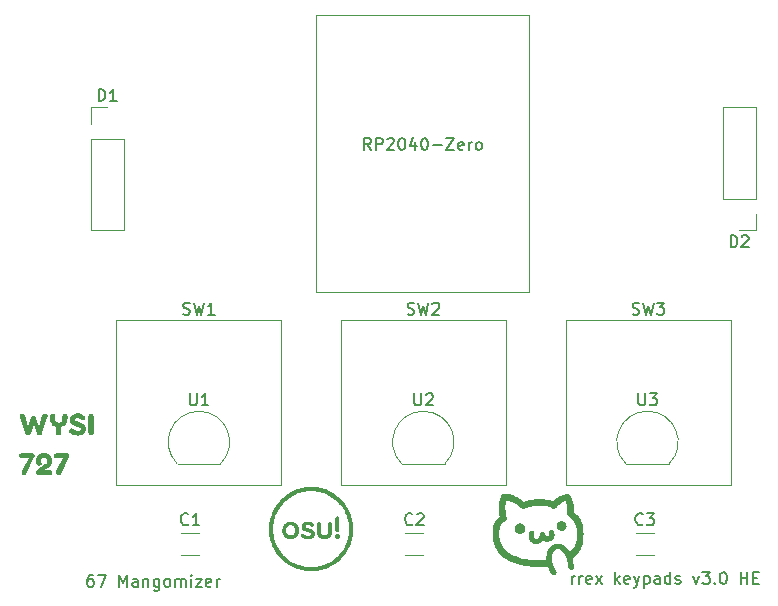
<source format=gbr>
%TF.GenerationSoftware,KiCad,Pcbnew,9.0.6*%
%TF.CreationDate,2025-12-26T19:16:23+05:30*%
%TF.ProjectId,HEpad,48457061-642e-46b6-9963-61645f706362,rev?*%
%TF.SameCoordinates,Original*%
%TF.FileFunction,Legend,Top*%
%TF.FilePolarity,Positive*%
%FSLAX46Y46*%
G04 Gerber Fmt 4.6, Leading zero omitted, Abs format (unit mm)*
G04 Created by KiCad (PCBNEW 9.0.6) date 2025-12-26 19:16:23*
%MOMM*%
%LPD*%
G01*
G04 APERTURE LIST*
%ADD10C,0.000000*%
%ADD11C,0.150000*%
%ADD12C,0.100000*%
%ADD13C,0.120000*%
G04 APERTURE END LIST*
D10*
G36*
X132685991Y-115174912D02*
G01*
X132867386Y-115188705D01*
X133046144Y-115211420D01*
X133222040Y-115242832D01*
X133394850Y-115282716D01*
X133564349Y-115330848D01*
X133730313Y-115387005D01*
X133892517Y-115450960D01*
X134050738Y-115522490D01*
X134204750Y-115601370D01*
X134354329Y-115687377D01*
X134499251Y-115780284D01*
X134639292Y-115879869D01*
X134774226Y-115985907D01*
X134903830Y-116098173D01*
X135027879Y-116216442D01*
X135146149Y-116340491D01*
X135258415Y-116470095D01*
X135364452Y-116605030D01*
X135464037Y-116745070D01*
X135556945Y-116889992D01*
X135642951Y-117039572D01*
X135721832Y-117193584D01*
X135793362Y-117351804D01*
X135857317Y-117514009D01*
X135913473Y-117679973D01*
X135961606Y-117849472D01*
X136001490Y-118022282D01*
X136032902Y-118198178D01*
X136055616Y-118376935D01*
X136069410Y-118558331D01*
X136074058Y-118742139D01*
X136069410Y-118925947D01*
X136055616Y-119107342D01*
X136032902Y-119286100D01*
X136001490Y-119461996D01*
X135961606Y-119634806D01*
X135913473Y-119804305D01*
X135857317Y-119970269D01*
X135793362Y-120132473D01*
X135721832Y-120290694D01*
X135642951Y-120444706D01*
X135556945Y-120594285D01*
X135464037Y-120739207D01*
X135364452Y-120879248D01*
X135258415Y-121014182D01*
X135146149Y-121143786D01*
X135027879Y-121267835D01*
X134903830Y-121386105D01*
X134774226Y-121498371D01*
X134639292Y-121604408D01*
X134499251Y-121703993D01*
X134354329Y-121796901D01*
X134204750Y-121882907D01*
X134050738Y-121961788D01*
X133892517Y-122033318D01*
X133730313Y-122097273D01*
X133564349Y-122153429D01*
X133394850Y-122201562D01*
X133222040Y-122241446D01*
X133046144Y-122272858D01*
X132867386Y-122295572D01*
X132685991Y-122309366D01*
X132502183Y-122314014D01*
X132318375Y-122309366D01*
X132136979Y-122295572D01*
X131958222Y-122272858D01*
X131782326Y-122241446D01*
X131609516Y-122201562D01*
X131440017Y-122153429D01*
X131274053Y-122097273D01*
X131111848Y-122033318D01*
X130953628Y-121961788D01*
X130799616Y-121882907D01*
X130650036Y-121796901D01*
X130505114Y-121703993D01*
X130365074Y-121604408D01*
X130230139Y-121498371D01*
X130100535Y-121386105D01*
X129976486Y-121267835D01*
X129858217Y-121143786D01*
X129745951Y-121014182D01*
X129639913Y-120879248D01*
X129540328Y-120739207D01*
X129447421Y-120594285D01*
X129361414Y-120444706D01*
X129282534Y-120290694D01*
X129211004Y-120132473D01*
X129147049Y-119970269D01*
X129090892Y-119804305D01*
X129042760Y-119634806D01*
X129002876Y-119461996D01*
X128971464Y-119286100D01*
X128948749Y-119107342D01*
X128934956Y-118925947D01*
X128930308Y-118742139D01*
X129287495Y-118742139D01*
X129291678Y-118907566D01*
X129304093Y-119070821D01*
X129324536Y-119231703D01*
X129352807Y-119390010D01*
X129388703Y-119545538D01*
X129432022Y-119698087D01*
X129482562Y-119847455D01*
X129540122Y-119993439D01*
X129604499Y-120135838D01*
X129675491Y-120274449D01*
X129752897Y-120409070D01*
X129836514Y-120539500D01*
X129926141Y-120665536D01*
X130021575Y-120786977D01*
X130122614Y-120903621D01*
X130229057Y-121015265D01*
X130340701Y-121121708D01*
X130457344Y-121222747D01*
X130578785Y-121318181D01*
X130704822Y-121407807D01*
X130835252Y-121491425D01*
X130969873Y-121568830D01*
X131108484Y-121639823D01*
X131250883Y-121704200D01*
X131396867Y-121761760D01*
X131546234Y-121812300D01*
X131698783Y-121855619D01*
X131854312Y-121891515D01*
X132012618Y-121919786D01*
X132173500Y-121940229D01*
X132336756Y-121952643D01*
X132502183Y-121956826D01*
X132667610Y-121952643D01*
X132830865Y-121940229D01*
X132991747Y-121919786D01*
X133150054Y-121891515D01*
X133305582Y-121855619D01*
X133458131Y-121812300D01*
X133607499Y-121761760D01*
X133753483Y-121704200D01*
X133895882Y-121639823D01*
X134034493Y-121568830D01*
X134169114Y-121491425D01*
X134299544Y-121407807D01*
X134425580Y-121318181D01*
X134547021Y-121222747D01*
X134663665Y-121121708D01*
X134775309Y-121015265D01*
X134881752Y-120903621D01*
X134982791Y-120786977D01*
X135078225Y-120665536D01*
X135167851Y-120539500D01*
X135251469Y-120409070D01*
X135328874Y-120274449D01*
X135399867Y-120135838D01*
X135464244Y-119993439D01*
X135521804Y-119847455D01*
X135572344Y-119698087D01*
X135615663Y-119545538D01*
X135651559Y-119390010D01*
X135679830Y-119231703D01*
X135700273Y-119070821D01*
X135712687Y-118907566D01*
X135716870Y-118742139D01*
X135712687Y-118576712D01*
X135700273Y-118413456D01*
X135679830Y-118252574D01*
X135651559Y-118094268D01*
X135615663Y-117938739D01*
X135572344Y-117786190D01*
X135521804Y-117636823D01*
X135464244Y-117490839D01*
X135399867Y-117348440D01*
X135328874Y-117209829D01*
X135251469Y-117075208D01*
X135167851Y-116944778D01*
X135078225Y-116818741D01*
X134982791Y-116697300D01*
X134881752Y-116580657D01*
X134775309Y-116469013D01*
X134663665Y-116362570D01*
X134547021Y-116261531D01*
X134425580Y-116166097D01*
X134299544Y-116076470D01*
X134169114Y-115992853D01*
X134034493Y-115915447D01*
X133895882Y-115844455D01*
X133753483Y-115780078D01*
X133607499Y-115722518D01*
X133458131Y-115671978D01*
X133305582Y-115628659D01*
X133150054Y-115592763D01*
X132991747Y-115564492D01*
X132830865Y-115544049D01*
X132667610Y-115531634D01*
X132502183Y-115527451D01*
X132336756Y-115531634D01*
X132173500Y-115544049D01*
X132012618Y-115564492D01*
X131854312Y-115592763D01*
X131698783Y-115628659D01*
X131546234Y-115671978D01*
X131396867Y-115722518D01*
X131250883Y-115780078D01*
X131108484Y-115844455D01*
X130969873Y-115915447D01*
X130835252Y-115992853D01*
X130704822Y-116076470D01*
X130578785Y-116166097D01*
X130457344Y-116261531D01*
X130340701Y-116362570D01*
X130229057Y-116469013D01*
X130122614Y-116580657D01*
X130021575Y-116697300D01*
X129926141Y-116818741D01*
X129836514Y-116944778D01*
X129752897Y-117075208D01*
X129675491Y-117209829D01*
X129604499Y-117348440D01*
X129540122Y-117490839D01*
X129482562Y-117636823D01*
X129432022Y-117786190D01*
X129388703Y-117938739D01*
X129352807Y-118094268D01*
X129324536Y-118252574D01*
X129304093Y-118413456D01*
X129291678Y-118576712D01*
X129287495Y-118742139D01*
X128930308Y-118742139D01*
X128934956Y-118558331D01*
X128948749Y-118376935D01*
X128971464Y-118198178D01*
X129002876Y-118022282D01*
X129042760Y-117849472D01*
X129090892Y-117679973D01*
X129147049Y-117514009D01*
X129211004Y-117351804D01*
X129282534Y-117193584D01*
X129361414Y-117039572D01*
X129447421Y-116889992D01*
X129540328Y-116745070D01*
X129639913Y-116605030D01*
X129745951Y-116470095D01*
X129858217Y-116340491D01*
X129976486Y-116216442D01*
X130100535Y-116098173D01*
X130230139Y-115985907D01*
X130365074Y-115879869D01*
X130505114Y-115780284D01*
X130650036Y-115687377D01*
X130799616Y-115601370D01*
X130953628Y-115522490D01*
X131111848Y-115450960D01*
X131274053Y-115387005D01*
X131440017Y-115330848D01*
X131609516Y-115282716D01*
X131782326Y-115242832D01*
X131958222Y-115211420D01*
X132136979Y-115188705D01*
X132318375Y-115174912D01*
X132502183Y-115170264D01*
X132685991Y-115174912D01*
G37*
G36*
X130808914Y-118107253D02*
G01*
X130846766Y-118109978D01*
X130883865Y-118114475D01*
X130920176Y-118120708D01*
X130955668Y-118128639D01*
X130990305Y-118138233D01*
X131024057Y-118149453D01*
X131056889Y-118162263D01*
X131088769Y-118176625D01*
X131119664Y-118192504D01*
X131149540Y-118209863D01*
X131178365Y-118228666D01*
X131206106Y-118248876D01*
X131232729Y-118270456D01*
X131258202Y-118293370D01*
X131282492Y-118317582D01*
X131305565Y-118343054D01*
X131327389Y-118369752D01*
X131347930Y-118397637D01*
X131367157Y-118426674D01*
X131385034Y-118456826D01*
X131401530Y-118488057D01*
X131416612Y-118520329D01*
X131430247Y-118553607D01*
X131442401Y-118587854D01*
X131453041Y-118623034D01*
X131462136Y-118659110D01*
X131469650Y-118696045D01*
X131475552Y-118733804D01*
X131479809Y-118772349D01*
X131482387Y-118811644D01*
X131483254Y-118851652D01*
X131482387Y-118891407D01*
X131479809Y-118930480D01*
X131475552Y-118968834D01*
X131469650Y-119006430D01*
X131462136Y-119043231D01*
X131453041Y-119079198D01*
X131442401Y-119114293D01*
X131430247Y-119148479D01*
X131416612Y-119181716D01*
X131401530Y-119213968D01*
X131385034Y-119245196D01*
X131367157Y-119275361D01*
X131347930Y-119304426D01*
X131327389Y-119332353D01*
X131305565Y-119359104D01*
X131282492Y-119384640D01*
X131258202Y-119408923D01*
X131232729Y-119431916D01*
X131206106Y-119453580D01*
X131178365Y-119473877D01*
X131149540Y-119492769D01*
X131119664Y-119510219D01*
X131088769Y-119526187D01*
X131056889Y-119540636D01*
X131024057Y-119553528D01*
X130990305Y-119564824D01*
X130955668Y-119574487D01*
X130920176Y-119582479D01*
X130883865Y-119588761D01*
X130846766Y-119593295D01*
X130808914Y-119596043D01*
X130770339Y-119596968D01*
X130731766Y-119596043D01*
X130693914Y-119593295D01*
X130656816Y-119588761D01*
X130620505Y-119582479D01*
X130585014Y-119574487D01*
X130550377Y-119564824D01*
X130516626Y-119553528D01*
X130483794Y-119540636D01*
X130451915Y-119526187D01*
X130421020Y-119510219D01*
X130391144Y-119492769D01*
X130362320Y-119473877D01*
X130334579Y-119453580D01*
X130307956Y-119431916D01*
X130282484Y-119408923D01*
X130258194Y-119384640D01*
X130235121Y-119359104D01*
X130213297Y-119332353D01*
X130192756Y-119304426D01*
X130173530Y-119275361D01*
X130155652Y-119245196D01*
X130139156Y-119213968D01*
X130124074Y-119181716D01*
X130110440Y-119148479D01*
X130098286Y-119114293D01*
X130087645Y-119079198D01*
X130078551Y-119043231D01*
X130071037Y-119006430D01*
X130065135Y-118968834D01*
X130060878Y-118930480D01*
X130058300Y-118891407D01*
X130057433Y-118851652D01*
X130379743Y-118851652D01*
X130380181Y-118874228D01*
X130381489Y-118896442D01*
X130383655Y-118918272D01*
X130386668Y-118939693D01*
X130390517Y-118960682D01*
X130395192Y-118981216D01*
X130400681Y-119001272D01*
X130406973Y-119020827D01*
X130414057Y-119039857D01*
X130421922Y-119058340D01*
X130430558Y-119076251D01*
X130439953Y-119093567D01*
X130450096Y-119110265D01*
X130460977Y-119126323D01*
X130472583Y-119141716D01*
X130484905Y-119156422D01*
X130497931Y-119170416D01*
X130511650Y-119183677D01*
X130526051Y-119196180D01*
X130541124Y-119207902D01*
X130556857Y-119218820D01*
X130573238Y-119228911D01*
X130590258Y-119238151D01*
X130607905Y-119246518D01*
X130626169Y-119253987D01*
X130645037Y-119260536D01*
X130664500Y-119266141D01*
X130684545Y-119270780D01*
X130705163Y-119274428D01*
X130726342Y-119277062D01*
X130748071Y-119278660D01*
X130770339Y-119279198D01*
X130792608Y-119278660D01*
X130814338Y-119277062D01*
X130835518Y-119274428D01*
X130856136Y-119270780D01*
X130876182Y-119266141D01*
X130895645Y-119260536D01*
X130914514Y-119253987D01*
X130932778Y-119246518D01*
X130950425Y-119238151D01*
X130967446Y-119228911D01*
X130983828Y-119218820D01*
X130999561Y-119207902D01*
X131014634Y-119196180D01*
X131029035Y-119183677D01*
X131042755Y-119170416D01*
X131055781Y-119156422D01*
X131068103Y-119141716D01*
X131079709Y-119126323D01*
X131090590Y-119110265D01*
X131100733Y-119093567D01*
X131110128Y-119076251D01*
X131118764Y-119058340D01*
X131126630Y-119039857D01*
X131133714Y-119020827D01*
X131140006Y-119001272D01*
X131145495Y-118981216D01*
X131150170Y-118960682D01*
X131154019Y-118939693D01*
X131157032Y-118918272D01*
X131159198Y-118896442D01*
X131160506Y-118874228D01*
X131160944Y-118851652D01*
X131160506Y-118829067D01*
X131159198Y-118806828D01*
X131157032Y-118784960D01*
X131154019Y-118763486D01*
X131150170Y-118742431D01*
X131145495Y-118721819D01*
X131140006Y-118701675D01*
X131133714Y-118682023D01*
X131126630Y-118662887D01*
X131118764Y-118644292D01*
X131110128Y-118626261D01*
X131100733Y-118608820D01*
X131090590Y-118591993D01*
X131079709Y-118575803D01*
X131068103Y-118560276D01*
X131055781Y-118545436D01*
X131042755Y-118531306D01*
X131029035Y-118517912D01*
X131014634Y-118505277D01*
X130999561Y-118493426D01*
X130983828Y-118482383D01*
X130967446Y-118472173D01*
X130950425Y-118462820D01*
X130932778Y-118454348D01*
X130914514Y-118446782D01*
X130895645Y-118440146D01*
X130876182Y-118434464D01*
X130856136Y-118429760D01*
X130835518Y-118426059D01*
X130814338Y-118423386D01*
X130792608Y-118421764D01*
X130770339Y-118421218D01*
X130748071Y-118421764D01*
X130726342Y-118423386D01*
X130705163Y-118426059D01*
X130684545Y-118429760D01*
X130664500Y-118434464D01*
X130645037Y-118440146D01*
X130626169Y-118446782D01*
X130607905Y-118454348D01*
X130590258Y-118462820D01*
X130573238Y-118472173D01*
X130556857Y-118482383D01*
X130541124Y-118493426D01*
X130526051Y-118505277D01*
X130511650Y-118517912D01*
X130497931Y-118531306D01*
X130484905Y-118545436D01*
X130472583Y-118560276D01*
X130460977Y-118575803D01*
X130450096Y-118591993D01*
X130439953Y-118608820D01*
X130430558Y-118626261D01*
X130421922Y-118644292D01*
X130414057Y-118662887D01*
X130406973Y-118682023D01*
X130400681Y-118701675D01*
X130395192Y-118721819D01*
X130390517Y-118742431D01*
X130386668Y-118763486D01*
X130383655Y-118784960D01*
X130381489Y-118806828D01*
X130380181Y-118829067D01*
X130379743Y-118851652D01*
X130057433Y-118851652D01*
X130058300Y-118811644D01*
X130060878Y-118772349D01*
X130065135Y-118733804D01*
X130071037Y-118696045D01*
X130078551Y-118659110D01*
X130087645Y-118623034D01*
X130098286Y-118587854D01*
X130110440Y-118553607D01*
X130124074Y-118520329D01*
X130139156Y-118488057D01*
X130155652Y-118456826D01*
X130173530Y-118426674D01*
X130192756Y-118397637D01*
X130213297Y-118369752D01*
X130235121Y-118343054D01*
X130258194Y-118317582D01*
X130282484Y-118293370D01*
X130307956Y-118270456D01*
X130334579Y-118248876D01*
X130362320Y-118228666D01*
X130391144Y-118209863D01*
X130421020Y-118192504D01*
X130451915Y-118176625D01*
X130483794Y-118162263D01*
X130516626Y-118149453D01*
X130550377Y-118138233D01*
X130585014Y-118128639D01*
X130620505Y-118120708D01*
X130656816Y-118114475D01*
X130693914Y-118109978D01*
X130731766Y-118107253D01*
X130770339Y-118106337D01*
X130808914Y-118107253D01*
G37*
G36*
X132283141Y-118111655D02*
G01*
X132314564Y-118113237D01*
X132346248Y-118115942D01*
X132378054Y-118119823D01*
X132409844Y-118124937D01*
X132441477Y-118131336D01*
X132472816Y-118139077D01*
X132503720Y-118148215D01*
X132534050Y-118158803D01*
X132563668Y-118170897D01*
X132592433Y-118184551D01*
X132620207Y-118199821D01*
X132646851Y-118216762D01*
X132672225Y-118235427D01*
X132696190Y-118255872D01*
X132718606Y-118278152D01*
X132727622Y-118287568D01*
X132736204Y-118297465D01*
X132744186Y-118307851D01*
X132747901Y-118313231D01*
X132751405Y-118318735D01*
X132754677Y-118324367D01*
X132757696Y-118330126D01*
X132760442Y-118336013D01*
X132762895Y-118342030D01*
X132765033Y-118348178D01*
X132766837Y-118354458D01*
X132768285Y-118360871D01*
X132769357Y-118367417D01*
X132770032Y-118374099D01*
X132770291Y-118380917D01*
X132770112Y-118387871D01*
X132769475Y-118394964D01*
X132768359Y-118402196D01*
X132766744Y-118409568D01*
X132764609Y-118417082D01*
X132761933Y-118424738D01*
X132758697Y-118432537D01*
X132754879Y-118440480D01*
X132750459Y-118448570D01*
X132745416Y-118456805D01*
X132739730Y-118465189D01*
X132733380Y-118473721D01*
X132726346Y-118482402D01*
X132718606Y-118491235D01*
X132710574Y-118499269D01*
X132702673Y-118506645D01*
X132694900Y-118513382D01*
X132687250Y-118519495D01*
X132679721Y-118525004D01*
X132672309Y-118529924D01*
X132665009Y-118534275D01*
X132657818Y-118538072D01*
X132650733Y-118541333D01*
X132643750Y-118544076D01*
X132636865Y-118546318D01*
X132630074Y-118548077D01*
X132623374Y-118549369D01*
X132616761Y-118550213D01*
X132610231Y-118550626D01*
X132603781Y-118550625D01*
X132597407Y-118550227D01*
X132591105Y-118549450D01*
X132584871Y-118548312D01*
X132578703Y-118546829D01*
X132572596Y-118545019D01*
X132566546Y-118542900D01*
X132554604Y-118537803D01*
X132542848Y-118531676D01*
X132531248Y-118524660D01*
X132519774Y-118516893D01*
X132508398Y-118508514D01*
X132485976Y-118492238D01*
X132473316Y-118483446D01*
X132459674Y-118474410D01*
X132445035Y-118465273D01*
X132429388Y-118456177D01*
X132412721Y-118447268D01*
X132395020Y-118438687D01*
X132376272Y-118430579D01*
X132356466Y-118423087D01*
X132335589Y-118416354D01*
X132324744Y-118413317D01*
X132313627Y-118410523D01*
X132302236Y-118407992D01*
X132290568Y-118405739D01*
X132278624Y-118403784D01*
X132266401Y-118402144D01*
X132253897Y-118400838D01*
X132241111Y-118399882D01*
X132228041Y-118399296D01*
X132214687Y-118399096D01*
X132196451Y-118399474D01*
X132178536Y-118400637D01*
X132161060Y-118402626D01*
X132144140Y-118405484D01*
X132127895Y-118409254D01*
X132112443Y-118413976D01*
X132097902Y-118419694D01*
X132084391Y-118426450D01*
X132078058Y-118430230D01*
X132072026Y-118434285D01*
X132066311Y-118438621D01*
X132060927Y-118443243D01*
X132055889Y-118448155D01*
X132051212Y-118453364D01*
X132046910Y-118458875D01*
X132042998Y-118464692D01*
X132039491Y-118470822D01*
X132036404Y-118477269D01*
X132033751Y-118484039D01*
X132031547Y-118491137D01*
X132029808Y-118498568D01*
X132028547Y-118506337D01*
X132027780Y-118514451D01*
X132027520Y-118522913D01*
X132027807Y-118531646D01*
X132028666Y-118540038D01*
X132030095Y-118548100D01*
X132032093Y-118555846D01*
X132034658Y-118563289D01*
X132037789Y-118570440D01*
X132041484Y-118577314D01*
X132045742Y-118583921D01*
X132050561Y-118590276D01*
X132055939Y-118596390D01*
X132061875Y-118602276D01*
X132068367Y-118607947D01*
X132075414Y-118613416D01*
X132083015Y-118618695D01*
X132091166Y-118623796D01*
X132099868Y-118628734D01*
X132109118Y-118633519D01*
X132118914Y-118638165D01*
X132129256Y-118642685D01*
X132140142Y-118647091D01*
X132151569Y-118651395D01*
X132163537Y-118655611D01*
X132189088Y-118663828D01*
X132216782Y-118671842D01*
X132246607Y-118679755D01*
X132278549Y-118687667D01*
X132312596Y-118695681D01*
X132408777Y-118720061D01*
X132455598Y-118733270D01*
X132501112Y-118747647D01*
X132544972Y-118763560D01*
X132586833Y-118781375D01*
X132626349Y-118801459D01*
X132663174Y-118824180D01*
X132680469Y-118836643D01*
X132696962Y-118849904D01*
X132712609Y-118864007D01*
X132727367Y-118878998D01*
X132741193Y-118894923D01*
X132754044Y-118911829D01*
X132765876Y-118929761D01*
X132776646Y-118948765D01*
X132786311Y-118968886D01*
X132794827Y-118990171D01*
X132802152Y-119012666D01*
X132808242Y-119036416D01*
X132813054Y-119061467D01*
X132816545Y-119087866D01*
X132818671Y-119115657D01*
X132819389Y-119144887D01*
X132818718Y-119173545D01*
X132816721Y-119201213D01*
X132813422Y-119227896D01*
X132808844Y-119253599D01*
X132803011Y-119278328D01*
X132795947Y-119302088D01*
X132787676Y-119324884D01*
X132778221Y-119346721D01*
X132767606Y-119367605D01*
X132755855Y-119387542D01*
X132742991Y-119406535D01*
X132729038Y-119424591D01*
X132714021Y-119441715D01*
X132697962Y-119457912D01*
X132680885Y-119473188D01*
X132662815Y-119487547D01*
X132643774Y-119500994D01*
X132623787Y-119513537D01*
X132602878Y-119525178D01*
X132581069Y-119535924D01*
X132558385Y-119545781D01*
X132534850Y-119554752D01*
X132510487Y-119562844D01*
X132485319Y-119570062D01*
X132459372Y-119576411D01*
X132432668Y-119581897D01*
X132405230Y-119586524D01*
X132377084Y-119590298D01*
X132318759Y-119595307D01*
X132257882Y-119596968D01*
X132207477Y-119595874D01*
X132158872Y-119592671D01*
X132112115Y-119587477D01*
X132067251Y-119580410D01*
X132024328Y-119571589D01*
X131983391Y-119561130D01*
X131944487Y-119549154D01*
X131907663Y-119535777D01*
X131872965Y-119521118D01*
X131840439Y-119505294D01*
X131810132Y-119488425D01*
X131782090Y-119470627D01*
X131756359Y-119452020D01*
X131732987Y-119432722D01*
X131712019Y-119412849D01*
X131693502Y-119392522D01*
X131686989Y-119384457D01*
X131680944Y-119376459D01*
X131675364Y-119368527D01*
X131670245Y-119360662D01*
X131665585Y-119352862D01*
X131661378Y-119345126D01*
X131657622Y-119337455D01*
X131654312Y-119329848D01*
X131651445Y-119322304D01*
X131649017Y-119314823D01*
X131647025Y-119307404D01*
X131645465Y-119300047D01*
X131644333Y-119292751D01*
X131643625Y-119285515D01*
X131643338Y-119278340D01*
X131643468Y-119271224D01*
X131644012Y-119264167D01*
X131644965Y-119257169D01*
X131646324Y-119250228D01*
X131648086Y-119243345D01*
X131650246Y-119236519D01*
X131652801Y-119229750D01*
X131655747Y-119223036D01*
X131659081Y-119216378D01*
X131662798Y-119209774D01*
X131666896Y-119203225D01*
X131671370Y-119196730D01*
X131676217Y-119190288D01*
X131687013Y-119177561D01*
X131699257Y-119165041D01*
X131707321Y-119157555D01*
X131715315Y-119150741D01*
X131723237Y-119144578D01*
X131731083Y-119139047D01*
X131738851Y-119134128D01*
X131746538Y-119129800D01*
X131754142Y-119126044D01*
X131761661Y-119122839D01*
X131769090Y-119120166D01*
X131776428Y-119118004D01*
X131783673Y-119116334D01*
X131790821Y-119115135D01*
X131797870Y-119114387D01*
X131804817Y-119114070D01*
X131811660Y-119114165D01*
X131818396Y-119114651D01*
X131825022Y-119115508D01*
X131831536Y-119116716D01*
X131837935Y-119118255D01*
X131844217Y-119120105D01*
X131856416Y-119124659D01*
X131868114Y-119130216D01*
X131879289Y-119136617D01*
X131889920Y-119143701D01*
X131899986Y-119151308D01*
X131909466Y-119159278D01*
X131924262Y-119172792D01*
X131939569Y-119186258D01*
X131955492Y-119199565D01*
X131972137Y-119212597D01*
X131989608Y-119225241D01*
X132008012Y-119237383D01*
X132027453Y-119248909D01*
X132048038Y-119259705D01*
X132069871Y-119269658D01*
X132081289Y-119274282D01*
X132093058Y-119278653D01*
X132105192Y-119282756D01*
X132117705Y-119286577D01*
X132130608Y-119290101D01*
X132143916Y-119293315D01*
X132157641Y-119296204D01*
X132171798Y-119298754D01*
X132186398Y-119300951D01*
X132201455Y-119302780D01*
X132216982Y-119304228D01*
X132232993Y-119305280D01*
X132249501Y-119305921D01*
X132266518Y-119306138D01*
X132291818Y-119305598D01*
X132315852Y-119303978D01*
X132338571Y-119301278D01*
X132359923Y-119297499D01*
X132379858Y-119292639D01*
X132398325Y-119286700D01*
X132415273Y-119279681D01*
X132430653Y-119271582D01*
X132437739Y-119267128D01*
X132444413Y-119262403D01*
X132450669Y-119257409D01*
X132456502Y-119252145D01*
X132461905Y-119246611D01*
X132466871Y-119240807D01*
X132471394Y-119234733D01*
X132475468Y-119228389D01*
X132479086Y-119221776D01*
X132482242Y-119214892D01*
X132484930Y-119207739D01*
X132487144Y-119200315D01*
X132488876Y-119192622D01*
X132490122Y-119184659D01*
X132490874Y-119176426D01*
X132491126Y-119167923D01*
X132490854Y-119159458D01*
X132490032Y-119151331D01*
X132488649Y-119143523D01*
X132486694Y-119136017D01*
X132484157Y-119128796D01*
X132481028Y-119121842D01*
X132477295Y-119115138D01*
X132472949Y-119108667D01*
X132467978Y-119102411D01*
X132462372Y-119096352D01*
X132456122Y-119090474D01*
X132449215Y-119084759D01*
X132441642Y-119079190D01*
X132433391Y-119073748D01*
X132424454Y-119068417D01*
X132414818Y-119063180D01*
X132404473Y-119058019D01*
X132393410Y-119052916D01*
X132381616Y-119047854D01*
X132369082Y-119042816D01*
X132355798Y-119037784D01*
X132341752Y-119032741D01*
X132311334Y-119022552D01*
X132277745Y-119012111D01*
X132240898Y-119001276D01*
X132200712Y-118989911D01*
X132157100Y-118977874D01*
X132069056Y-118952734D01*
X132026631Y-118939443D01*
X131985635Y-118925232D01*
X131946344Y-118909773D01*
X131909030Y-118892737D01*
X131873970Y-118873793D01*
X131841436Y-118852615D01*
X131826202Y-118841084D01*
X131811702Y-118828872D01*
X131797971Y-118815936D01*
X131785044Y-118802235D01*
X131772953Y-118787729D01*
X131761734Y-118772376D01*
X131751421Y-118756135D01*
X131742048Y-118738965D01*
X131733650Y-118720825D01*
X131726260Y-118701674D01*
X131719912Y-118681471D01*
X131714642Y-118660173D01*
X131710484Y-118637742D01*
X131707471Y-118614134D01*
X131705638Y-118589310D01*
X131705020Y-118563227D01*
X131705772Y-118533809D01*
X131708000Y-118505477D01*
X131711663Y-118478222D01*
X131716718Y-118452034D01*
X131723122Y-118426902D01*
X131730834Y-118402817D01*
X131739811Y-118379768D01*
X131750011Y-118357746D01*
X131761393Y-118336740D01*
X131773913Y-118316741D01*
X131787530Y-118297739D01*
X131802202Y-118279723D01*
X131817885Y-118262683D01*
X131834539Y-118246610D01*
X131852121Y-118231493D01*
X131870589Y-118217323D01*
X131889900Y-118204089D01*
X131910013Y-118191782D01*
X131930885Y-118180391D01*
X131952474Y-118169906D01*
X131974738Y-118160318D01*
X131997634Y-118151616D01*
X132021122Y-118143790D01*
X132045157Y-118136831D01*
X132069699Y-118130727D01*
X132094704Y-118125470D01*
X132145939Y-118117455D01*
X132198523Y-118112705D01*
X132252120Y-118111139D01*
X132283141Y-118111655D01*
G37*
G36*
X134114912Y-118134392D02*
G01*
X134124295Y-118135039D01*
X134133449Y-118136108D01*
X134142367Y-118137588D01*
X134151045Y-118139471D01*
X134159477Y-118141747D01*
X134167658Y-118144409D01*
X134175583Y-118147447D01*
X134183246Y-118150851D01*
X134190643Y-118154614D01*
X134197768Y-118158725D01*
X134204615Y-118163177D01*
X134211179Y-118167960D01*
X134217456Y-118173065D01*
X134223440Y-118178483D01*
X134229125Y-118184205D01*
X134234506Y-118190223D01*
X134239579Y-118196527D01*
X134244337Y-118203108D01*
X134248776Y-118209957D01*
X134252889Y-118217066D01*
X134256673Y-118224426D01*
X134260122Y-118232027D01*
X134263230Y-118239860D01*
X134265992Y-118247917D01*
X134268403Y-118256189D01*
X134270457Y-118264666D01*
X134272150Y-118273340D01*
X134273475Y-118282201D01*
X134274429Y-118291242D01*
X134275005Y-118300452D01*
X134275198Y-118309823D01*
X134275198Y-118946196D01*
X134274357Y-118989358D01*
X134271862Y-119030853D01*
X134267755Y-119070699D01*
X134262078Y-119108916D01*
X134254871Y-119145525D01*
X134246177Y-119180543D01*
X134236037Y-119213992D01*
X134224494Y-119245889D01*
X134211587Y-119276256D01*
X134197361Y-119305111D01*
X134181855Y-119332474D01*
X134165111Y-119358364D01*
X134147172Y-119382801D01*
X134128079Y-119405804D01*
X134107873Y-119427393D01*
X134086596Y-119447588D01*
X134064290Y-119466408D01*
X134040996Y-119483872D01*
X134016757Y-119500000D01*
X133991613Y-119514811D01*
X133965607Y-119528326D01*
X133938780Y-119540562D01*
X133911173Y-119551541D01*
X133882829Y-119561282D01*
X133853788Y-119569803D01*
X133824093Y-119577125D01*
X133762907Y-119588248D01*
X133699603Y-119594808D01*
X133634515Y-119596960D01*
X133568920Y-119594808D01*
X133505174Y-119588248D01*
X133443604Y-119577125D01*
X133413738Y-119569803D01*
X133384539Y-119561282D01*
X133356050Y-119551541D01*
X133328310Y-119540562D01*
X133301361Y-119528326D01*
X133275244Y-119514811D01*
X133250000Y-119500000D01*
X133225671Y-119483872D01*
X133202297Y-119466408D01*
X133179919Y-119447588D01*
X133158579Y-119427393D01*
X133138318Y-119405804D01*
X133119177Y-119382801D01*
X133101196Y-119358364D01*
X133084418Y-119332474D01*
X133068883Y-119305111D01*
X133054632Y-119276256D01*
X133041707Y-119245889D01*
X133030149Y-119213992D01*
X133019998Y-119180543D01*
X133011296Y-119145525D01*
X133004084Y-119108916D01*
X132998403Y-119070699D01*
X132994294Y-119030853D01*
X132991799Y-118989358D01*
X132990958Y-118946196D01*
X132990958Y-118309823D01*
X132991151Y-118300452D01*
X132991727Y-118291242D01*
X132992681Y-118282201D01*
X132994006Y-118273340D01*
X132995699Y-118264666D01*
X132997753Y-118256189D01*
X133000164Y-118247917D01*
X133002926Y-118239860D01*
X133006034Y-118232027D01*
X133009483Y-118224426D01*
X133013267Y-118217066D01*
X133017380Y-118209957D01*
X133021819Y-118203108D01*
X133026577Y-118196527D01*
X133031650Y-118190223D01*
X133037031Y-118184205D01*
X133042716Y-118178483D01*
X133048700Y-118173065D01*
X133054977Y-118167960D01*
X133061541Y-118163177D01*
X133068389Y-118158725D01*
X133075513Y-118154614D01*
X133082910Y-118150851D01*
X133090573Y-118147447D01*
X133098498Y-118144409D01*
X133106679Y-118141747D01*
X133115112Y-118139471D01*
X133123789Y-118137588D01*
X133132708Y-118136108D01*
X133141861Y-118135039D01*
X133151244Y-118134392D01*
X133160852Y-118134174D01*
X133170207Y-118134392D01*
X133179369Y-118135039D01*
X133188331Y-118136108D01*
X133197088Y-118137588D01*
X133205631Y-118139471D01*
X133213955Y-118141747D01*
X133222052Y-118144409D01*
X133229915Y-118147447D01*
X133237538Y-118150851D01*
X133244913Y-118154614D01*
X133252034Y-118158725D01*
X133258895Y-118163177D01*
X133265487Y-118167960D01*
X133271805Y-118173065D01*
X133277841Y-118178483D01*
X133283589Y-118184205D01*
X133289042Y-118190223D01*
X133294192Y-118196527D01*
X133299033Y-118203108D01*
X133303559Y-118209957D01*
X133307762Y-118217066D01*
X133311636Y-118224426D01*
X133315173Y-118232027D01*
X133318366Y-118239860D01*
X133321210Y-118247917D01*
X133323697Y-118256189D01*
X133325820Y-118264666D01*
X133327572Y-118273340D01*
X133328947Y-118282201D01*
X133329938Y-118291242D01*
X133330537Y-118300452D01*
X133330739Y-118309823D01*
X133330739Y-118923162D01*
X133331999Y-118969404D01*
X133335761Y-119012081D01*
X133338570Y-119032109D01*
X133341994Y-119051275D01*
X133346028Y-119069590D01*
X133350669Y-119087065D01*
X133355913Y-119103708D01*
X133361757Y-119119531D01*
X133368196Y-119134543D01*
X133375228Y-119148754D01*
X133382848Y-119162174D01*
X133391052Y-119174813D01*
X133399838Y-119186681D01*
X133409201Y-119197789D01*
X133419137Y-119208146D01*
X133429644Y-119217762D01*
X133440717Y-119226647D01*
X133452352Y-119234811D01*
X133464546Y-119242265D01*
X133477296Y-119249018D01*
X133490597Y-119255081D01*
X133504446Y-119260462D01*
X133518838Y-119265173D01*
X133533772Y-119269224D01*
X133549242Y-119272624D01*
X133565245Y-119275383D01*
X133598836Y-119279019D01*
X133634515Y-119280214D01*
X133652352Y-119279917D01*
X133669688Y-119279019D01*
X133686517Y-119277511D01*
X133702836Y-119275383D01*
X133718640Y-119272624D01*
X133733925Y-119269224D01*
X133748688Y-119265173D01*
X133762923Y-119260462D01*
X133776626Y-119255081D01*
X133789794Y-119249018D01*
X133802422Y-119242265D01*
X133814505Y-119234811D01*
X133826041Y-119226647D01*
X133837023Y-119217762D01*
X133847449Y-119208146D01*
X133857314Y-119197789D01*
X133866614Y-119186681D01*
X133875344Y-119174813D01*
X133883501Y-119162174D01*
X133891080Y-119148754D01*
X133898076Y-119134543D01*
X133904487Y-119119531D01*
X133910307Y-119103708D01*
X133915532Y-119087065D01*
X133920158Y-119069590D01*
X133924181Y-119051275D01*
X133927597Y-119032109D01*
X133930401Y-119012081D01*
X133932589Y-118991183D01*
X133934158Y-118969404D01*
X133935102Y-118946733D01*
X133935417Y-118923162D01*
X133935417Y-118309823D01*
X133935619Y-118300452D01*
X133936218Y-118291242D01*
X133937209Y-118282201D01*
X133938584Y-118273340D01*
X133940336Y-118264666D01*
X133942459Y-118256189D01*
X133944946Y-118247917D01*
X133947790Y-118239860D01*
X133950983Y-118232027D01*
X133954521Y-118224426D01*
X133958394Y-118217066D01*
X133962597Y-118209957D01*
X133967123Y-118203108D01*
X133971964Y-118196527D01*
X133977115Y-118190223D01*
X133982567Y-118184205D01*
X133988315Y-118178483D01*
X133994351Y-118173065D01*
X134000669Y-118167960D01*
X134007262Y-118163177D01*
X134014122Y-118158725D01*
X134021243Y-118154614D01*
X134028619Y-118150851D01*
X134036242Y-118147447D01*
X134044105Y-118144409D01*
X134052202Y-118141747D01*
X134060525Y-118139471D01*
X134069069Y-118137588D01*
X134077825Y-118136108D01*
X134086788Y-118135039D01*
X134095950Y-118134392D01*
X134105304Y-118134174D01*
X134114912Y-118134392D01*
G37*
G36*
X134735188Y-117670794D02*
G01*
X134744350Y-117671443D01*
X134753313Y-117672512D01*
X134762069Y-117673996D01*
X134770613Y-117675884D01*
X134778937Y-117678169D01*
X134787034Y-117680842D01*
X134794897Y-117683894D01*
X134802520Y-117687318D01*
X134809896Y-117691104D01*
X134817018Y-117695245D01*
X134823878Y-117699731D01*
X134830471Y-117704555D01*
X134836789Y-117709708D01*
X134842826Y-117715182D01*
X134848574Y-117720968D01*
X134854027Y-117727057D01*
X134859178Y-117733442D01*
X134864020Y-117740113D01*
X134868546Y-117747063D01*
X134872749Y-117754283D01*
X134876623Y-117761765D01*
X134880160Y-117769499D01*
X134883354Y-117777478D01*
X134886198Y-117785694D01*
X134888685Y-117794137D01*
X134890809Y-117802799D01*
X134892561Y-117811673D01*
X134893936Y-117820748D01*
X134894927Y-117830018D01*
X134895526Y-117839474D01*
X134895728Y-117849107D01*
X134895728Y-118807981D01*
X134895526Y-118817613D01*
X134894927Y-118827069D01*
X134893936Y-118836339D01*
X134892561Y-118845415D01*
X134890809Y-118854288D01*
X134888685Y-118862950D01*
X134886198Y-118871394D01*
X134883354Y-118879609D01*
X134880160Y-118887588D01*
X134876623Y-118895323D01*
X134872749Y-118902804D01*
X134868546Y-118910024D01*
X134864020Y-118916974D01*
X134859178Y-118923645D01*
X134854027Y-118930030D01*
X134848574Y-118936119D01*
X134842826Y-118941905D01*
X134836789Y-118947379D01*
X134830471Y-118952532D01*
X134823878Y-118957356D01*
X134817018Y-118961842D01*
X134809896Y-118965983D01*
X134802520Y-118969769D01*
X134794897Y-118973193D01*
X134787034Y-118976245D01*
X134778937Y-118978918D01*
X134770613Y-118981203D01*
X134762069Y-118983091D01*
X134753313Y-118984574D01*
X134744350Y-118985644D01*
X134735188Y-118986292D01*
X134725834Y-118986510D01*
X134716227Y-118986292D01*
X134706844Y-118985644D01*
X134697691Y-118984574D01*
X134688773Y-118983091D01*
X134680096Y-118981203D01*
X134671664Y-118978918D01*
X134663484Y-118976245D01*
X134655559Y-118973193D01*
X134647896Y-118969769D01*
X134640500Y-118965983D01*
X134633376Y-118961842D01*
X134626529Y-118957356D01*
X134619964Y-118952532D01*
X134613688Y-118947379D01*
X134607704Y-118941905D01*
X134602020Y-118936119D01*
X134596638Y-118930030D01*
X134591566Y-118923645D01*
X134586808Y-118916974D01*
X134582369Y-118910024D01*
X134578255Y-118902804D01*
X134574472Y-118895323D01*
X134571023Y-118887588D01*
X134567915Y-118879609D01*
X134565153Y-118871394D01*
X134562743Y-118862950D01*
X134560688Y-118854288D01*
X134558995Y-118845415D01*
X134557670Y-118836339D01*
X134556716Y-118827069D01*
X134556140Y-118817613D01*
X134555947Y-118807981D01*
X134555947Y-117849107D01*
X134556140Y-117839474D01*
X134556716Y-117830018D01*
X134557670Y-117820748D01*
X134558995Y-117811673D01*
X134560688Y-117802799D01*
X134562743Y-117794137D01*
X134565153Y-117785694D01*
X134567915Y-117777478D01*
X134571023Y-117769499D01*
X134574472Y-117761765D01*
X134578255Y-117754283D01*
X134582369Y-117747063D01*
X134586808Y-117740113D01*
X134591566Y-117733442D01*
X134596638Y-117727057D01*
X134602020Y-117720968D01*
X134607704Y-117715182D01*
X134613688Y-117709708D01*
X134619964Y-117704555D01*
X134626529Y-117699731D01*
X134633376Y-117695245D01*
X134640500Y-117691104D01*
X134647896Y-117687318D01*
X134655559Y-117683894D01*
X134663484Y-117680842D01*
X134671664Y-117678169D01*
X134680096Y-117675884D01*
X134688773Y-117673996D01*
X134697691Y-117672512D01*
X134706844Y-117671443D01*
X134716227Y-117670794D01*
X134725834Y-117670576D01*
X134735188Y-117670794D01*
G37*
G36*
X134737364Y-119156682D02*
G01*
X134748730Y-119157526D01*
X134759917Y-119158917D01*
X134770912Y-119160840D01*
X134781703Y-119163282D01*
X134792277Y-119166230D01*
X134802619Y-119169668D01*
X134812717Y-119173585D01*
X134822558Y-119177965D01*
X134832128Y-119182796D01*
X134841415Y-119188063D01*
X134850404Y-119193754D01*
X134859084Y-119199853D01*
X134867440Y-119206348D01*
X134875460Y-119213224D01*
X134883131Y-119220468D01*
X134890439Y-119228067D01*
X134897370Y-119236007D01*
X134903913Y-119244273D01*
X134910053Y-119252852D01*
X134915778Y-119261731D01*
X134921074Y-119270896D01*
X134925928Y-119280332D01*
X134930328Y-119290027D01*
X134934259Y-119299967D01*
X134937708Y-119310137D01*
X134940664Y-119320525D01*
X134943111Y-119331116D01*
X134945037Y-119341897D01*
X134946430Y-119352854D01*
X134947275Y-119363973D01*
X134947559Y-119375241D01*
X134947275Y-119386771D01*
X134946430Y-119398136D01*
X134945037Y-119409322D01*
X134943111Y-119420317D01*
X134940664Y-119431108D01*
X134937708Y-119441681D01*
X134934259Y-119452023D01*
X134930328Y-119462120D01*
X134925928Y-119471961D01*
X134921074Y-119481531D01*
X134915778Y-119490817D01*
X134910053Y-119499806D01*
X134903913Y-119508486D01*
X134897370Y-119516842D01*
X134890439Y-119524862D01*
X134883131Y-119532532D01*
X134875460Y-119539840D01*
X134867440Y-119546771D01*
X134859084Y-119553314D01*
X134850404Y-119559454D01*
X134841415Y-119565179D01*
X134832128Y-119570475D01*
X134822558Y-119575329D01*
X134812717Y-119579728D01*
X134802619Y-119583659D01*
X134792277Y-119587109D01*
X134781703Y-119590064D01*
X134770912Y-119592511D01*
X134759917Y-119594438D01*
X134748730Y-119595830D01*
X134737364Y-119596675D01*
X134725834Y-119596960D01*
X134714304Y-119596675D01*
X134702939Y-119595830D01*
X134691753Y-119594438D01*
X134680758Y-119592511D01*
X134669967Y-119590064D01*
X134659394Y-119587109D01*
X134649053Y-119583659D01*
X134638955Y-119579728D01*
X134629114Y-119575329D01*
X134619544Y-119570475D01*
X134610258Y-119565179D01*
X134601269Y-119559454D01*
X134592589Y-119553314D01*
X134584233Y-119546771D01*
X134576213Y-119539840D01*
X134568543Y-119532532D01*
X134561235Y-119524862D01*
X134554304Y-119516842D01*
X134547761Y-119508486D01*
X134541621Y-119499806D01*
X134535896Y-119490817D01*
X134530600Y-119481531D01*
X134525746Y-119471961D01*
X134521347Y-119462120D01*
X134517416Y-119452023D01*
X134513966Y-119441681D01*
X134511011Y-119431108D01*
X134508564Y-119420317D01*
X134506637Y-119409322D01*
X134505245Y-119398136D01*
X134504400Y-119386771D01*
X134504115Y-119375241D01*
X134504400Y-119363973D01*
X134505245Y-119352854D01*
X134506637Y-119341897D01*
X134508564Y-119331116D01*
X134511011Y-119320525D01*
X134513966Y-119310137D01*
X134517416Y-119299967D01*
X134521347Y-119290027D01*
X134525746Y-119280332D01*
X134530600Y-119270896D01*
X134535896Y-119261731D01*
X134541621Y-119252852D01*
X134547761Y-119244273D01*
X134554304Y-119236007D01*
X134561235Y-119228067D01*
X134568543Y-119220468D01*
X134576213Y-119213224D01*
X134584233Y-119206348D01*
X134592589Y-119199853D01*
X134601269Y-119193754D01*
X134610258Y-119188063D01*
X134619544Y-119182796D01*
X134629114Y-119177965D01*
X134638955Y-119173585D01*
X134649053Y-119169668D01*
X134659394Y-119166230D01*
X134669967Y-119163282D01*
X134680758Y-119160840D01*
X134691753Y-119158917D01*
X134702939Y-119157526D01*
X134714304Y-119156682D01*
X134725834Y-119156397D01*
X134737364Y-119156682D01*
G37*
D11*
X114015350Y-122619819D02*
X113824874Y-122619819D01*
X113824874Y-122619819D02*
X113729636Y-122667438D01*
X113729636Y-122667438D02*
X113682017Y-122715057D01*
X113682017Y-122715057D02*
X113586779Y-122857914D01*
X113586779Y-122857914D02*
X113539160Y-123048390D01*
X113539160Y-123048390D02*
X113539160Y-123429342D01*
X113539160Y-123429342D02*
X113586779Y-123524580D01*
X113586779Y-123524580D02*
X113634398Y-123572200D01*
X113634398Y-123572200D02*
X113729636Y-123619819D01*
X113729636Y-123619819D02*
X113920112Y-123619819D01*
X113920112Y-123619819D02*
X114015350Y-123572200D01*
X114015350Y-123572200D02*
X114062969Y-123524580D01*
X114062969Y-123524580D02*
X114110588Y-123429342D01*
X114110588Y-123429342D02*
X114110588Y-123191247D01*
X114110588Y-123191247D02*
X114062969Y-123096009D01*
X114062969Y-123096009D02*
X114015350Y-123048390D01*
X114015350Y-123048390D02*
X113920112Y-123000771D01*
X113920112Y-123000771D02*
X113729636Y-123000771D01*
X113729636Y-123000771D02*
X113634398Y-123048390D01*
X113634398Y-123048390D02*
X113586779Y-123096009D01*
X113586779Y-123096009D02*
X113539160Y-123191247D01*
X114443922Y-122619819D02*
X115110588Y-122619819D01*
X115110588Y-122619819D02*
X114682017Y-123619819D01*
X116253446Y-123619819D02*
X116253446Y-122619819D01*
X116253446Y-122619819D02*
X116586779Y-123334104D01*
X116586779Y-123334104D02*
X116920112Y-122619819D01*
X116920112Y-122619819D02*
X116920112Y-123619819D01*
X117824874Y-123619819D02*
X117824874Y-123096009D01*
X117824874Y-123096009D02*
X117777255Y-123000771D01*
X117777255Y-123000771D02*
X117682017Y-122953152D01*
X117682017Y-122953152D02*
X117491541Y-122953152D01*
X117491541Y-122953152D02*
X117396303Y-123000771D01*
X117824874Y-123572200D02*
X117729636Y-123619819D01*
X117729636Y-123619819D02*
X117491541Y-123619819D01*
X117491541Y-123619819D02*
X117396303Y-123572200D01*
X117396303Y-123572200D02*
X117348684Y-123476961D01*
X117348684Y-123476961D02*
X117348684Y-123381723D01*
X117348684Y-123381723D02*
X117396303Y-123286485D01*
X117396303Y-123286485D02*
X117491541Y-123238866D01*
X117491541Y-123238866D02*
X117729636Y-123238866D01*
X117729636Y-123238866D02*
X117824874Y-123191247D01*
X118301065Y-122953152D02*
X118301065Y-123619819D01*
X118301065Y-123048390D02*
X118348684Y-123000771D01*
X118348684Y-123000771D02*
X118443922Y-122953152D01*
X118443922Y-122953152D02*
X118586779Y-122953152D01*
X118586779Y-122953152D02*
X118682017Y-123000771D01*
X118682017Y-123000771D02*
X118729636Y-123096009D01*
X118729636Y-123096009D02*
X118729636Y-123619819D01*
X119634398Y-122953152D02*
X119634398Y-123762676D01*
X119634398Y-123762676D02*
X119586779Y-123857914D01*
X119586779Y-123857914D02*
X119539160Y-123905533D01*
X119539160Y-123905533D02*
X119443922Y-123953152D01*
X119443922Y-123953152D02*
X119301065Y-123953152D01*
X119301065Y-123953152D02*
X119205827Y-123905533D01*
X119634398Y-123572200D02*
X119539160Y-123619819D01*
X119539160Y-123619819D02*
X119348684Y-123619819D01*
X119348684Y-123619819D02*
X119253446Y-123572200D01*
X119253446Y-123572200D02*
X119205827Y-123524580D01*
X119205827Y-123524580D02*
X119158208Y-123429342D01*
X119158208Y-123429342D02*
X119158208Y-123143628D01*
X119158208Y-123143628D02*
X119205827Y-123048390D01*
X119205827Y-123048390D02*
X119253446Y-123000771D01*
X119253446Y-123000771D02*
X119348684Y-122953152D01*
X119348684Y-122953152D02*
X119539160Y-122953152D01*
X119539160Y-122953152D02*
X119634398Y-123000771D01*
X120253446Y-123619819D02*
X120158208Y-123572200D01*
X120158208Y-123572200D02*
X120110589Y-123524580D01*
X120110589Y-123524580D02*
X120062970Y-123429342D01*
X120062970Y-123429342D02*
X120062970Y-123143628D01*
X120062970Y-123143628D02*
X120110589Y-123048390D01*
X120110589Y-123048390D02*
X120158208Y-123000771D01*
X120158208Y-123000771D02*
X120253446Y-122953152D01*
X120253446Y-122953152D02*
X120396303Y-122953152D01*
X120396303Y-122953152D02*
X120491541Y-123000771D01*
X120491541Y-123000771D02*
X120539160Y-123048390D01*
X120539160Y-123048390D02*
X120586779Y-123143628D01*
X120586779Y-123143628D02*
X120586779Y-123429342D01*
X120586779Y-123429342D02*
X120539160Y-123524580D01*
X120539160Y-123524580D02*
X120491541Y-123572200D01*
X120491541Y-123572200D02*
X120396303Y-123619819D01*
X120396303Y-123619819D02*
X120253446Y-123619819D01*
X121015351Y-123619819D02*
X121015351Y-122953152D01*
X121015351Y-123048390D02*
X121062970Y-123000771D01*
X121062970Y-123000771D02*
X121158208Y-122953152D01*
X121158208Y-122953152D02*
X121301065Y-122953152D01*
X121301065Y-122953152D02*
X121396303Y-123000771D01*
X121396303Y-123000771D02*
X121443922Y-123096009D01*
X121443922Y-123096009D02*
X121443922Y-123619819D01*
X121443922Y-123096009D02*
X121491541Y-123000771D01*
X121491541Y-123000771D02*
X121586779Y-122953152D01*
X121586779Y-122953152D02*
X121729636Y-122953152D01*
X121729636Y-122953152D02*
X121824875Y-123000771D01*
X121824875Y-123000771D02*
X121872494Y-123096009D01*
X121872494Y-123096009D02*
X121872494Y-123619819D01*
X122348684Y-123619819D02*
X122348684Y-122953152D01*
X122348684Y-122619819D02*
X122301065Y-122667438D01*
X122301065Y-122667438D02*
X122348684Y-122715057D01*
X122348684Y-122715057D02*
X122396303Y-122667438D01*
X122396303Y-122667438D02*
X122348684Y-122619819D01*
X122348684Y-122619819D02*
X122348684Y-122715057D01*
X122729636Y-122953152D02*
X123253445Y-122953152D01*
X123253445Y-122953152D02*
X122729636Y-123619819D01*
X122729636Y-123619819D02*
X123253445Y-123619819D01*
X124015350Y-123572200D02*
X123920112Y-123619819D01*
X123920112Y-123619819D02*
X123729636Y-123619819D01*
X123729636Y-123619819D02*
X123634398Y-123572200D01*
X123634398Y-123572200D02*
X123586779Y-123476961D01*
X123586779Y-123476961D02*
X123586779Y-123096009D01*
X123586779Y-123096009D02*
X123634398Y-123000771D01*
X123634398Y-123000771D02*
X123729636Y-122953152D01*
X123729636Y-122953152D02*
X123920112Y-122953152D01*
X123920112Y-122953152D02*
X124015350Y-123000771D01*
X124015350Y-123000771D02*
X124062969Y-123096009D01*
X124062969Y-123096009D02*
X124062969Y-123191247D01*
X124062969Y-123191247D02*
X123586779Y-123286485D01*
X124491541Y-123619819D02*
X124491541Y-122953152D01*
X124491541Y-123143628D02*
X124539160Y-123048390D01*
X124539160Y-123048390D02*
X124586779Y-123000771D01*
X124586779Y-123000771D02*
X124682017Y-122953152D01*
X124682017Y-122953152D02*
X124777255Y-122953152D01*
D10*
G36*
X148989237Y-115756860D02*
G01*
X149046097Y-115758014D01*
X149103581Y-115760301D01*
X149160703Y-115763714D01*
X149216477Y-115768242D01*
X149269918Y-115773874D01*
X149320040Y-115780603D01*
X149365858Y-115788418D01*
X149406386Y-115797308D01*
X149451078Y-115809951D01*
X149501106Y-115826590D01*
X149555710Y-115846843D01*
X149614129Y-115870329D01*
X149739375Y-115925473D01*
X149870763Y-115988966D01*
X150002213Y-116057755D01*
X150127644Y-116128786D01*
X150186203Y-116164188D01*
X150240977Y-116199004D01*
X150291207Y-116232855D01*
X150336132Y-116265356D01*
X150521340Y-116405056D01*
X150666861Y-116357961D01*
X150725431Y-116339783D01*
X150784432Y-116323123D01*
X150844274Y-116307933D01*
X150905362Y-116294167D01*
X150968104Y-116281779D01*
X151032908Y-116270724D01*
X151100181Y-116260954D01*
X151170330Y-116252425D01*
X151243762Y-116245089D01*
X151320885Y-116238901D01*
X151402107Y-116233814D01*
X151487834Y-116229782D01*
X151674434Y-116224701D01*
X151883944Y-116223288D01*
X152049324Y-116224032D01*
X152186718Y-116225921D01*
X152301528Y-116229329D01*
X152399154Y-116234632D01*
X152484998Y-116242204D01*
X152564461Y-116252421D01*
X152642944Y-116265658D01*
X152725848Y-116282290D01*
X152999163Y-116340498D01*
X153140186Y-116211646D01*
X153192647Y-116166326D01*
X153248936Y-116122658D01*
X153308620Y-116080816D01*
X153371266Y-116040977D01*
X153436443Y-116003317D01*
X153503717Y-115968010D01*
X153572656Y-115935232D01*
X153642828Y-115905159D01*
X153713799Y-115877967D01*
X153785138Y-115853831D01*
X153856412Y-115832926D01*
X153927189Y-115815428D01*
X153997035Y-115801513D01*
X154065518Y-115791357D01*
X154132206Y-115785134D01*
X154196667Y-115783021D01*
X154236704Y-115784006D01*
X154255481Y-115785304D01*
X154273482Y-115787196D01*
X154290746Y-115789727D01*
X154307312Y-115792940D01*
X154323220Y-115796879D01*
X154338508Y-115801587D01*
X154353216Y-115807110D01*
X154367382Y-115813489D01*
X154381045Y-115820770D01*
X154394245Y-115828995D01*
X154407021Y-115838209D01*
X154419411Y-115848455D01*
X154431455Y-115859777D01*
X154443192Y-115872219D01*
X154454661Y-115885824D01*
X154465900Y-115900636D01*
X154476950Y-115916700D01*
X154487848Y-115934058D01*
X154498634Y-115952755D01*
X154509347Y-115972834D01*
X154520027Y-115994339D01*
X154530711Y-116017314D01*
X154552252Y-116067847D01*
X154574282Y-116124785D01*
X154597113Y-116188476D01*
X154621059Y-116259271D01*
X154651211Y-116352688D01*
X154675000Y-116432230D01*
X154684792Y-116468430D01*
X154693333Y-116503121D01*
X154700736Y-116536955D01*
X154707114Y-116570586D01*
X154712581Y-116604667D01*
X154717249Y-116639850D01*
X154721232Y-116676788D01*
X154724643Y-116716136D01*
X154730201Y-116804670D01*
X154734830Y-116910675D01*
X154748058Y-117257808D01*
X154990152Y-117505988D01*
X155056713Y-117575453D01*
X155113762Y-117637800D01*
X155139204Y-117666954D01*
X155162849Y-117695111D01*
X155184891Y-117722529D01*
X155205523Y-117749470D01*
X155224940Y-117776194D01*
X155243336Y-117802962D01*
X155260904Y-117830033D01*
X155277837Y-117857668D01*
X155294330Y-117886129D01*
X155310577Y-117915674D01*
X155326771Y-117946565D01*
X155343106Y-117979062D01*
X155373943Y-118043348D01*
X155401940Y-118105649D01*
X155427218Y-118166586D01*
X155449895Y-118226779D01*
X155470089Y-118286847D01*
X155487921Y-118347412D01*
X155503508Y-118409093D01*
X155516971Y-118472510D01*
X155528427Y-118538284D01*
X155537996Y-118607034D01*
X155545797Y-118679381D01*
X155551949Y-118755945D01*
X155556571Y-118837346D01*
X155559782Y-118924204D01*
X155561701Y-119017139D01*
X155562446Y-119116771D01*
X155561023Y-119281704D01*
X155555735Y-119435706D01*
X155546248Y-119579693D01*
X155532225Y-119714584D01*
X155513332Y-119841298D01*
X155489232Y-119960752D01*
X155459589Y-120073864D01*
X155424069Y-120181553D01*
X155382335Y-120284737D01*
X155334052Y-120384334D01*
X155278884Y-120481262D01*
X155216495Y-120576440D01*
X155146551Y-120670785D01*
X155068714Y-120765215D01*
X154982650Y-120860650D01*
X154888023Y-120958006D01*
X154804349Y-121041674D01*
X154740473Y-121107149D01*
X154715223Y-121134090D01*
X154694040Y-121157715D01*
X154676629Y-121178435D01*
X154662697Y-121196660D01*
X154651950Y-121212802D01*
X154644092Y-121227271D01*
X154638831Y-121240479D01*
X154635871Y-121252835D01*
X154634919Y-121264750D01*
X154635680Y-121276637D01*
X154637861Y-121288905D01*
X154641167Y-121301964D01*
X154661340Y-121384102D01*
X154682297Y-121484853D01*
X154702740Y-121595867D01*
X154721369Y-121708794D01*
X154736885Y-121815284D01*
X154747988Y-121906988D01*
X154753381Y-121975555D01*
X154753530Y-121998553D01*
X154751763Y-122012635D01*
X154748577Y-122022537D01*
X154745074Y-122032197D01*
X154741262Y-122041610D01*
X154737145Y-122050771D01*
X154732732Y-122059677D01*
X154728027Y-122068321D01*
X154723037Y-122076700D01*
X154717768Y-122084809D01*
X154712227Y-122092642D01*
X154706420Y-122100195D01*
X154700353Y-122107464D01*
X154694032Y-122114443D01*
X154687463Y-122121128D01*
X154680654Y-122127514D01*
X154673609Y-122133596D01*
X154666336Y-122139370D01*
X154658840Y-122144831D01*
X154651128Y-122149974D01*
X154643206Y-122154795D01*
X154635080Y-122159288D01*
X154626757Y-122163448D01*
X154618242Y-122167272D01*
X154609543Y-122170754D01*
X154600665Y-122173890D01*
X154591614Y-122176675D01*
X154582398Y-122179104D01*
X154573021Y-122181172D01*
X154563490Y-122182875D01*
X154553812Y-122184207D01*
X154543993Y-122185165D01*
X154534039Y-122185743D01*
X154523956Y-122185937D01*
X154509709Y-122185701D01*
X154495979Y-122184984D01*
X154482757Y-122183770D01*
X154470028Y-122182046D01*
X154457783Y-122179795D01*
X154446008Y-122177004D01*
X154434692Y-122173657D01*
X154423824Y-122169740D01*
X154413391Y-122165237D01*
X154403381Y-122160134D01*
X154393782Y-122154417D01*
X154384583Y-122148070D01*
X154375772Y-122141078D01*
X154367337Y-122133427D01*
X154359266Y-122125101D01*
X154351547Y-122116087D01*
X154344169Y-122106369D01*
X154337118Y-122095932D01*
X154330385Y-122084762D01*
X154323956Y-122072843D01*
X154317819Y-122060162D01*
X154311964Y-122046702D01*
X154306378Y-122032449D01*
X154301049Y-122017389D01*
X154295965Y-122001507D01*
X154291115Y-121984787D01*
X154282068Y-121948777D01*
X154273812Y-121909239D01*
X154266252Y-121866056D01*
X154243400Y-121736264D01*
X154217036Y-121606186D01*
X154187936Y-121478712D01*
X154156880Y-121356733D01*
X154124646Y-121243138D01*
X154092012Y-121140817D01*
X154059756Y-121052659D01*
X154044013Y-121014794D01*
X154028656Y-120981554D01*
X154010040Y-120946389D01*
X153988100Y-120909649D01*
X153963244Y-120871773D01*
X153935883Y-120833201D01*
X153906423Y-120794374D01*
X153875275Y-120755731D01*
X153842847Y-120717711D01*
X153809548Y-120680756D01*
X153775787Y-120645304D01*
X153741974Y-120611796D01*
X153708516Y-120580672D01*
X153675822Y-120552371D01*
X153644302Y-120527333D01*
X153614365Y-120505999D01*
X153586419Y-120488808D01*
X153560873Y-120476200D01*
X153535935Y-120466600D01*
X153510936Y-120458538D01*
X153485893Y-120452013D01*
X153460820Y-120447025D01*
X153435731Y-120443573D01*
X153410641Y-120441658D01*
X153385565Y-120441277D01*
X153360518Y-120442432D01*
X153335514Y-120445122D01*
X153310568Y-120449346D01*
X153285695Y-120455104D01*
X153260910Y-120462396D01*
X153236227Y-120471221D01*
X153211661Y-120481579D01*
X153187227Y-120493469D01*
X153162940Y-120506891D01*
X153146000Y-120517382D01*
X153129608Y-120528663D01*
X153113763Y-120540737D01*
X153098465Y-120553605D01*
X153083714Y-120567269D01*
X153069507Y-120581731D01*
X153055846Y-120596993D01*
X153042728Y-120613056D01*
X153030154Y-120629922D01*
X153018123Y-120647592D01*
X153006633Y-120666070D01*
X152995685Y-120685355D01*
X152985278Y-120705451D01*
X152975410Y-120726358D01*
X152966082Y-120748079D01*
X152957293Y-120770615D01*
X152949041Y-120793968D01*
X152941327Y-120818140D01*
X152934149Y-120843132D01*
X152927507Y-120868947D01*
X152915829Y-120923050D01*
X152906286Y-120980463D01*
X152898873Y-121041199D01*
X152893585Y-121105274D01*
X152890416Y-121172700D01*
X152889361Y-121243492D01*
X152890051Y-121286969D01*
X152892199Y-121329754D01*
X152895927Y-121372242D01*
X152901354Y-121414826D01*
X152908599Y-121457900D01*
X152917782Y-121501857D01*
X152929024Y-121547092D01*
X152942443Y-121593998D01*
X152958160Y-121642969D01*
X152976293Y-121694399D01*
X152996965Y-121748682D01*
X153020292Y-121806211D01*
X153046397Y-121867379D01*
X153075398Y-121932582D01*
X153142567Y-122076664D01*
X153171454Y-122137924D01*
X153198390Y-122196554D01*
X153222790Y-122251166D01*
X153244068Y-122300370D01*
X153261637Y-122342778D01*
X153274912Y-122377000D01*
X153283307Y-122401648D01*
X153285492Y-122409947D01*
X153286236Y-122415331D01*
X153286017Y-122422144D01*
X153285372Y-122429174D01*
X153282860Y-122443794D01*
X153278820Y-122459013D01*
X153273370Y-122474656D01*
X153266631Y-122490543D01*
X153258721Y-122506497D01*
X153249760Y-122522342D01*
X153239867Y-122537899D01*
X153229162Y-122552991D01*
X153217764Y-122567440D01*
X153205793Y-122581070D01*
X153193367Y-122593701D01*
X153180606Y-122605158D01*
X153167630Y-122615262D01*
X153154558Y-122623835D01*
X153148023Y-122627493D01*
X153141509Y-122630702D01*
X153127120Y-122637083D01*
X153113726Y-122642638D01*
X153101187Y-122647371D01*
X153089361Y-122651285D01*
X153078109Y-122654386D01*
X153067290Y-122656677D01*
X153056764Y-122658162D01*
X153046391Y-122658847D01*
X153036030Y-122658734D01*
X153025541Y-122657829D01*
X153014785Y-122656136D01*
X153003619Y-122653658D01*
X152991905Y-122650401D01*
X152979502Y-122646368D01*
X152966269Y-122641564D01*
X152952067Y-122635993D01*
X152946061Y-122633301D01*
X152939689Y-122629922D01*
X152933008Y-122625905D01*
X152926072Y-122621301D01*
X152918937Y-122616161D01*
X152911660Y-122610535D01*
X152904296Y-122604473D01*
X152896901Y-122598026D01*
X152889531Y-122591244D01*
X152882242Y-122584178D01*
X152875089Y-122576877D01*
X152868128Y-122569393D01*
X152861415Y-122561775D01*
X152855006Y-122554075D01*
X152848957Y-122546342D01*
X152843323Y-122538626D01*
X152832688Y-122522316D01*
X152820004Y-122501026D01*
X152789526Y-122445638D01*
X152753957Y-122376725D01*
X152715364Y-122298550D01*
X152675817Y-122215378D01*
X152637382Y-122131470D01*
X152602129Y-122051091D01*
X152572125Y-121978504D01*
X152566391Y-121964409D01*
X152561012Y-121951936D01*
X152555869Y-121941011D01*
X152550839Y-121931557D01*
X152548328Y-121927358D01*
X152545801Y-121923498D01*
X152543241Y-121919969D01*
X152540634Y-121916759D01*
X152537964Y-121913860D01*
X152535217Y-121911263D01*
X152532377Y-121908957D01*
X152529428Y-121906934D01*
X152526356Y-121905184D01*
X152523146Y-121903697D01*
X152519783Y-121902464D01*
X152516250Y-121901475D01*
X152512534Y-121900721D01*
X152508618Y-121900193D01*
X152504489Y-121899880D01*
X152500130Y-121899774D01*
X152495526Y-121899865D01*
X152490663Y-121900143D01*
X152480096Y-121901223D01*
X152468309Y-121902939D01*
X152455179Y-121905215D01*
X152428767Y-121908566D01*
X152384825Y-121912379D01*
X152325690Y-121916521D01*
X152253699Y-121920858D01*
X152080505Y-121929585D01*
X151883944Y-121937493D01*
X151542519Y-121942056D01*
X151213507Y-121931142D01*
X150897257Y-121904909D01*
X150594121Y-121863513D01*
X150304449Y-121807113D01*
X150028592Y-121735864D01*
X149766901Y-121649924D01*
X149519727Y-121549449D01*
X149287420Y-121434597D01*
X149070330Y-121305525D01*
X148868810Y-121162389D01*
X148683209Y-121005346D01*
X148513879Y-120834554D01*
X148361170Y-120650169D01*
X148225432Y-120452349D01*
X148107017Y-120241250D01*
X148076258Y-120179101D01*
X148048740Y-120120879D01*
X148024269Y-120065593D01*
X148002651Y-120012253D01*
X147983692Y-119959868D01*
X147967198Y-119907447D01*
X147952974Y-119854000D01*
X147940826Y-119798536D01*
X147930560Y-119740064D01*
X147921982Y-119677594D01*
X147914898Y-119610136D01*
X147909113Y-119536697D01*
X147904434Y-119456289D01*
X147900665Y-119367920D01*
X147895086Y-119163337D01*
X147894159Y-119115223D01*
X148428964Y-119115223D01*
X148431694Y-119205319D01*
X148437897Y-119295097D01*
X148447509Y-119384250D01*
X148460467Y-119472471D01*
X148476706Y-119559452D01*
X148496164Y-119644885D01*
X148518777Y-119728464D01*
X148544481Y-119809881D01*
X148573213Y-119888829D01*
X148604909Y-119965000D01*
X148639506Y-120038088D01*
X148676939Y-120107784D01*
X148717146Y-120173781D01*
X148760137Y-120237535D01*
X148805272Y-120299567D01*
X148852552Y-120359878D01*
X148901982Y-120418468D01*
X148953562Y-120475339D01*
X149007297Y-120530493D01*
X149063189Y-120583930D01*
X149121240Y-120635653D01*
X149181452Y-120685661D01*
X149243829Y-120733957D01*
X149308374Y-120780541D01*
X149375088Y-120825416D01*
X149443974Y-120868581D01*
X149515035Y-120910039D01*
X149588274Y-120949791D01*
X149663693Y-120987838D01*
X149821082Y-121058821D01*
X149987224Y-121123000D01*
X150162138Y-121180383D01*
X150345847Y-121230982D01*
X150538370Y-121274805D01*
X150739730Y-121311865D01*
X150949946Y-121342169D01*
X151169040Y-121365729D01*
X151282448Y-121372728D01*
X151427265Y-121376775D01*
X151591963Y-121378045D01*
X151765014Y-121376709D01*
X151934890Y-121372943D01*
X152090063Y-121366920D01*
X152219005Y-121358813D01*
X152310188Y-121348796D01*
X152405438Y-121333714D01*
X152421048Y-121078656D01*
X152427467Y-120994961D01*
X152436169Y-120915586D01*
X152447249Y-120840323D01*
X152460802Y-120768965D01*
X152476922Y-120701305D01*
X152495704Y-120637134D01*
X152517243Y-120576246D01*
X152541632Y-120518434D01*
X152568967Y-120463490D01*
X152599342Y-120411206D01*
X152632852Y-120361375D01*
X152669591Y-120313791D01*
X152709654Y-120268245D01*
X152753135Y-120224531D01*
X152800130Y-120182440D01*
X152850731Y-120141767D01*
X152899617Y-120107246D01*
X152950760Y-120076427D01*
X153003913Y-120049337D01*
X153058826Y-120025999D01*
X153115253Y-120006439D01*
X153172944Y-119990683D01*
X153231653Y-119978755D01*
X153291131Y-119970680D01*
X153351129Y-119966485D01*
X153411400Y-119966193D01*
X153471696Y-119969831D01*
X153531769Y-119977423D01*
X153591371Y-119988995D01*
X153650253Y-120004571D01*
X153708167Y-120024178D01*
X153764867Y-120047840D01*
X153796669Y-120063583D01*
X153829903Y-120082196D01*
X153864323Y-120103465D01*
X153899689Y-120127177D01*
X153935754Y-120153121D01*
X153972277Y-120181082D01*
X154009014Y-120210849D01*
X154045722Y-120242209D01*
X154082157Y-120274948D01*
X154118075Y-120308854D01*
X154153234Y-120343715D01*
X154187390Y-120379317D01*
X154220299Y-120415447D01*
X154251719Y-120451894D01*
X154281405Y-120488443D01*
X154309115Y-120524883D01*
X154408069Y-120659556D01*
X154538508Y-120517475D01*
X154603842Y-120443971D01*
X154663275Y-120371615D01*
X154717041Y-120299691D01*
X154765372Y-120227487D01*
X154808499Y-120154290D01*
X154846657Y-120079385D01*
X154880076Y-120002060D01*
X154908991Y-119921600D01*
X154933633Y-119837293D01*
X154954235Y-119748424D01*
X154971029Y-119654280D01*
X154984249Y-119554148D01*
X154994126Y-119447314D01*
X155000893Y-119333064D01*
X155004782Y-119210686D01*
X155006027Y-119079465D01*
X155005407Y-119012980D01*
X155003536Y-118948607D01*
X155000397Y-118886261D01*
X154995973Y-118825857D01*
X154990247Y-118767313D01*
X154983201Y-118710543D01*
X154974819Y-118655464D01*
X154965083Y-118601991D01*
X154953977Y-118550040D01*
X154941484Y-118499528D01*
X154927585Y-118450370D01*
X154912266Y-118402483D01*
X154895507Y-118355781D01*
X154877293Y-118310181D01*
X154857606Y-118265599D01*
X154836430Y-118221950D01*
X154819206Y-118190242D01*
X154798792Y-118156755D01*
X154775487Y-118121817D01*
X154749592Y-118085756D01*
X154721408Y-118048901D01*
X154691234Y-118011581D01*
X154659371Y-117974125D01*
X154626119Y-117936861D01*
X154591779Y-117900118D01*
X154556651Y-117864225D01*
X154521035Y-117829510D01*
X154485232Y-117796302D01*
X154449543Y-117764929D01*
X154414266Y-117735720D01*
X154379704Y-117709005D01*
X154346156Y-117685111D01*
X154319261Y-117666236D01*
X154293368Y-117647072D01*
X154269105Y-117628151D01*
X154247103Y-117610002D01*
X154227990Y-117593155D01*
X154219715Y-117585385D01*
X154212397Y-117578140D01*
X154206117Y-117571486D01*
X154200952Y-117565488D01*
X154196982Y-117560214D01*
X154194286Y-117555729D01*
X154192219Y-117549582D01*
X154190194Y-117539430D01*
X154188221Y-117525504D01*
X154186311Y-117508034D01*
X154182719Y-117463386D01*
X154179502Y-117407331D01*
X154176744Y-117341714D01*
X154174528Y-117268379D01*
X154172939Y-117189172D01*
X154172060Y-117105938D01*
X154171019Y-116989990D01*
X154168885Y-116893080D01*
X154165363Y-116812095D01*
X154160154Y-116743921D01*
X154152961Y-116685446D01*
X154143486Y-116633557D01*
X154131431Y-116585140D01*
X154116499Y-116537083D01*
X154100102Y-116489500D01*
X154092819Y-116469750D01*
X154085984Y-116452487D01*
X154079477Y-116437558D01*
X154073175Y-116424807D01*
X154066958Y-116414080D01*
X154060704Y-116405222D01*
X154054292Y-116398079D01*
X154050989Y-116395102D01*
X154047600Y-116392495D01*
X154044112Y-116390240D01*
X154040508Y-116388318D01*
X154036774Y-116386707D01*
X154032894Y-116385390D01*
X154024636Y-116383559D01*
X154015614Y-116382670D01*
X154005706Y-116382567D01*
X153994790Y-116383096D01*
X153976854Y-116384786D01*
X153958526Y-116387466D01*
X153920756Y-116395760D01*
X153881595Y-116407893D01*
X153841162Y-116423784D01*
X153799574Y-116443349D01*
X153756949Y-116466505D01*
X153713403Y-116493169D01*
X153669055Y-116523259D01*
X153624021Y-116556691D01*
X153578420Y-116593383D01*
X153532368Y-116633251D01*
X153485984Y-116676213D01*
X153439384Y-116722185D01*
X153392686Y-116771086D01*
X153346007Y-116822831D01*
X153299465Y-116877338D01*
X153283780Y-116895888D01*
X153269078Y-116912708D01*
X153255218Y-116927889D01*
X153242059Y-116941524D01*
X153229461Y-116953704D01*
X153217284Y-116964523D01*
X153205388Y-116974072D01*
X153193632Y-116982443D01*
X153181876Y-116989730D01*
X153169979Y-116996023D01*
X153157802Y-117001415D01*
X153145205Y-117005999D01*
X153132046Y-117009867D01*
X153118185Y-117013111D01*
X153103483Y-117015823D01*
X153087798Y-117018096D01*
X153071676Y-117019966D01*
X153056737Y-117021275D01*
X153042819Y-117021970D01*
X153029759Y-117021998D01*
X153017396Y-117021308D01*
X153005566Y-117019845D01*
X152994107Y-117017557D01*
X152982858Y-117014392D01*
X152971655Y-117010296D01*
X152960336Y-117005218D01*
X152948738Y-116999104D01*
X152936700Y-116991902D01*
X152924059Y-116983559D01*
X152910653Y-116974022D01*
X152896318Y-116963239D01*
X152880894Y-116951156D01*
X152851093Y-116928767D01*
X152820402Y-116908650D01*
X152804478Y-116899408D01*
X152788036Y-116890692D01*
X152770978Y-116882487D01*
X152753208Y-116874779D01*
X152734625Y-116867553D01*
X152715133Y-116860795D01*
X152694634Y-116854492D01*
X152673028Y-116848628D01*
X152650218Y-116843189D01*
X152626105Y-116838162D01*
X152573581Y-116829283D01*
X152514669Y-116821876D01*
X152448585Y-116815829D01*
X152374543Y-116811025D01*
X152291758Y-116807351D01*
X152199445Y-116804693D01*
X152096819Y-116802935D01*
X151983094Y-116801965D01*
X151857486Y-116801667D01*
X151620456Y-116803189D01*
X151422391Y-116808438D01*
X151256243Y-116818438D01*
X151182936Y-116825538D01*
X151114966Y-116834210D01*
X151051451Y-116844581D01*
X150991510Y-116856780D01*
X150934263Y-116870933D01*
X150878829Y-116887168D01*
X150824327Y-116905615D01*
X150769875Y-116926400D01*
X150657600Y-116975498D01*
X150620365Y-116992320D01*
X150585888Y-117006413D01*
X150553777Y-117017691D01*
X150538485Y-117022247D01*
X150523639Y-117026067D01*
X150509187Y-117029139D01*
X150495082Y-117031453D01*
X150481274Y-117032999D01*
X150467714Y-117033764D01*
X150454354Y-117033739D01*
X150441144Y-117032913D01*
X150428034Y-117031274D01*
X150414977Y-117028812D01*
X150401924Y-117025515D01*
X150388824Y-117021374D01*
X150375629Y-117016377D01*
X150362290Y-117010514D01*
X150348758Y-117003773D01*
X150334985Y-116996144D01*
X150320920Y-116987615D01*
X150306515Y-116978177D01*
X150276488Y-116956526D01*
X150244513Y-116931106D01*
X150210197Y-116901828D01*
X150173148Y-116868606D01*
X150101237Y-116804549D01*
X150066690Y-116775188D01*
X150032733Y-116747369D01*
X149999103Y-116720918D01*
X149965538Y-116695659D01*
X149931775Y-116671415D01*
X149897552Y-116648010D01*
X149862606Y-116625269D01*
X149826676Y-116603015D01*
X149789498Y-116581073D01*
X149750811Y-116559267D01*
X149710352Y-116537420D01*
X149667859Y-116515358D01*
X149575719Y-116469879D01*
X149525417Y-116446418D01*
X149475990Y-116424696D01*
X149427707Y-116404776D01*
X149380837Y-116386722D01*
X149335647Y-116370598D01*
X149292406Y-116356468D01*
X149251382Y-116344396D01*
X149212843Y-116334446D01*
X149177058Y-116326682D01*
X149144293Y-116321167D01*
X149114819Y-116317967D01*
X149088903Y-116317144D01*
X149066812Y-116318763D01*
X149048816Y-116322888D01*
X149041437Y-116325910D01*
X149035183Y-116329583D01*
X149030086Y-116333913D01*
X149026180Y-116338911D01*
X149017214Y-116355418D01*
X149008823Y-116374879D01*
X148993762Y-116422068D01*
X148980999Y-116479296D01*
X148970535Y-116545381D01*
X148962371Y-116619141D01*
X148956510Y-116699395D01*
X148952952Y-116784962D01*
X148951699Y-116874659D01*
X148952754Y-116967304D01*
X148956117Y-117061716D01*
X148961790Y-117156714D01*
X148969774Y-117251115D01*
X148980071Y-117343738D01*
X148992683Y-117433401D01*
X149007611Y-117518923D01*
X149024857Y-117599121D01*
X149042234Y-117673462D01*
X149054986Y-117732731D01*
X149059678Y-117757624D01*
X149063273Y-117779840D01*
X149065793Y-117799744D01*
X149067256Y-117817700D01*
X149067684Y-117834071D01*
X149067097Y-117849222D01*
X149065514Y-117863516D01*
X149062957Y-117877318D01*
X149059444Y-117890991D01*
X149054996Y-117904899D01*
X149043378Y-117934877D01*
X149038571Y-117945550D01*
X149033199Y-117956114D01*
X149027295Y-117966536D01*
X149020888Y-117976781D01*
X149014010Y-117986815D01*
X149006691Y-117996604D01*
X148998964Y-118006114D01*
X148990858Y-118015310D01*
X148982405Y-118024160D01*
X148973635Y-118032628D01*
X148964580Y-118040681D01*
X148955271Y-118048284D01*
X148945739Y-118055404D01*
X148936015Y-118062005D01*
X148926129Y-118068055D01*
X148916113Y-118073519D01*
X148863707Y-118102229D01*
X148838778Y-118117341D01*
X148814687Y-118132978D01*
X148791423Y-118149155D01*
X148768978Y-118165888D01*
X148747342Y-118183191D01*
X148726506Y-118201081D01*
X148706461Y-118219572D01*
X148687197Y-118238681D01*
X148668705Y-118258421D01*
X148650976Y-118278809D01*
X148634000Y-118299859D01*
X148617768Y-118321588D01*
X148602272Y-118344009D01*
X148587501Y-118367140D01*
X148573446Y-118390995D01*
X148560098Y-118415589D01*
X148547447Y-118440937D01*
X148535485Y-118467055D01*
X148524202Y-118493959D01*
X148513589Y-118521663D01*
X148503636Y-118550183D01*
X148494334Y-118579534D01*
X148477647Y-118640791D01*
X148463452Y-118705557D01*
X148451676Y-118773953D01*
X148442244Y-118846102D01*
X148434175Y-118935307D01*
X148429770Y-119025117D01*
X148428964Y-119115223D01*
X147894159Y-119115223D01*
X147891849Y-118995402D01*
X147890328Y-118861903D01*
X147890896Y-118756618D01*
X147893928Y-118673329D01*
X147899801Y-118605816D01*
X147908890Y-118547859D01*
X147921569Y-118493238D01*
X147938213Y-118435733D01*
X147952769Y-118390970D01*
X147969085Y-118346086D01*
X147987059Y-118301246D01*
X148006591Y-118256615D01*
X148027581Y-118212357D01*
X148049927Y-118168638D01*
X148073529Y-118125622D01*
X148098286Y-118083474D01*
X148124097Y-118042358D01*
X148150862Y-118002439D01*
X148178479Y-117963883D01*
X148206848Y-117926853D01*
X148235868Y-117891514D01*
X148265439Y-117858032D01*
X148295459Y-117826570D01*
X148325828Y-117797294D01*
X148458913Y-117674792D01*
X148423988Y-117502813D01*
X148414199Y-117447376D01*
X148405765Y-117385400D01*
X148398683Y-117317863D01*
X148392949Y-117245741D01*
X148385516Y-117091652D01*
X148383441Y-116930949D01*
X148386698Y-116771449D01*
X148395264Y-116620969D01*
X148401530Y-116551554D01*
X148409113Y-116487325D01*
X148418012Y-116429259D01*
X148428221Y-116378333D01*
X148439295Y-116332896D01*
X148451851Y-116286482D01*
X148480634Y-116192550D01*
X148513025Y-116100188D01*
X148547482Y-116013043D01*
X148582460Y-115934766D01*
X148599662Y-115900094D01*
X148616415Y-115869006D01*
X148632526Y-115841961D01*
X148647802Y-115819413D01*
X148662050Y-115801819D01*
X148675078Y-115789635D01*
X148682147Y-115785348D01*
X148691467Y-115781365D01*
X148716366Y-115774306D01*
X148748786Y-115768449D01*
X148787745Y-115763785D01*
X148832254Y-115760304D01*
X148881330Y-115757996D01*
X148933986Y-115756851D01*
X148989237Y-115756860D01*
G37*
G36*
X153672838Y-118061924D02*
G01*
X153690574Y-118062481D01*
X153709733Y-118063535D01*
X153730471Y-118065052D01*
X153751383Y-118067111D01*
X153771844Y-118069910D01*
X153791844Y-118073436D01*
X153811372Y-118077681D01*
X153830419Y-118082634D01*
X153848973Y-118088284D01*
X153867024Y-118094623D01*
X153884562Y-118101639D01*
X153901576Y-118109322D01*
X153918057Y-118117663D01*
X153933993Y-118126651D01*
X153949374Y-118136276D01*
X153964190Y-118146527D01*
X153978430Y-118157395D01*
X153992084Y-118168869D01*
X154005142Y-118180940D01*
X154017592Y-118193596D01*
X154029426Y-118206828D01*
X154040631Y-118220626D01*
X154051198Y-118234980D01*
X154061117Y-118249878D01*
X154070377Y-118265312D01*
X154078967Y-118281271D01*
X154086877Y-118297745D01*
X154094097Y-118314723D01*
X154100617Y-118332196D01*
X154106425Y-118350153D01*
X154111512Y-118368584D01*
X154115867Y-118387479D01*
X154119479Y-118406827D01*
X154122339Y-118426620D01*
X154124435Y-118446845D01*
X154126028Y-118478993D01*
X154125367Y-118510414D01*
X154122481Y-118541058D01*
X154117399Y-118570873D01*
X154110150Y-118599810D01*
X154100763Y-118627816D01*
X154089265Y-118654842D01*
X154075686Y-118680837D01*
X154060055Y-118705749D01*
X154042399Y-118729529D01*
X154022749Y-118752125D01*
X154001132Y-118773486D01*
X153977577Y-118793563D01*
X153952112Y-118812303D01*
X153924768Y-118829657D01*
X153895571Y-118845573D01*
X153869630Y-118858246D01*
X153845056Y-118869280D01*
X153821653Y-118878682D01*
X153799225Y-118886455D01*
X153777578Y-118892605D01*
X153756514Y-118897137D01*
X153735839Y-118900056D01*
X153715357Y-118901367D01*
X153694871Y-118901075D01*
X153674187Y-118899184D01*
X153653108Y-118895701D01*
X153631438Y-118890631D01*
X153608983Y-118883977D01*
X153585546Y-118875745D01*
X153560931Y-118865941D01*
X153534944Y-118854569D01*
X153520161Y-118847607D01*
X153505876Y-118840364D01*
X153492087Y-118832836D01*
X153478791Y-118825019D01*
X153465987Y-118816912D01*
X153453673Y-118808510D01*
X153441847Y-118799811D01*
X153430508Y-118790812D01*
X153419653Y-118781510D01*
X153409280Y-118771903D01*
X153399389Y-118761985D01*
X153389976Y-118751756D01*
X153381040Y-118741212D01*
X153372580Y-118730350D01*
X153364593Y-118719166D01*
X153357078Y-118707659D01*
X153350032Y-118695824D01*
X153343454Y-118683659D01*
X153337343Y-118671161D01*
X153331695Y-118658327D01*
X153326510Y-118645154D01*
X153321786Y-118631639D01*
X153317520Y-118617779D01*
X153313711Y-118603570D01*
X153310357Y-118589010D01*
X153307456Y-118574097D01*
X153305007Y-118558826D01*
X153303007Y-118543195D01*
X153301454Y-118527200D01*
X153300348Y-118510840D01*
X153299465Y-118477009D01*
X153300052Y-118446233D01*
X153301865Y-118417213D01*
X153304983Y-118389806D01*
X153309486Y-118363870D01*
X153315452Y-118339263D01*
X153322961Y-118315842D01*
X153332092Y-118293465D01*
X153342923Y-118271989D01*
X153355534Y-118251274D01*
X153370003Y-118231176D01*
X153386411Y-118211553D01*
X153404835Y-118192263D01*
X153425356Y-118173164D01*
X153448051Y-118154113D01*
X153473001Y-118134968D01*
X153500283Y-118115588D01*
X153513813Y-118106547D01*
X153526724Y-118098451D01*
X153539174Y-118091266D01*
X153551319Y-118084958D01*
X153563317Y-118079491D01*
X153575325Y-118074832D01*
X153587500Y-118070945D01*
X153599998Y-118067797D01*
X153612977Y-118065353D01*
X153626594Y-118063578D01*
X153641005Y-118062438D01*
X153656367Y-118061898D01*
X153672838Y-118061924D01*
G37*
G36*
X150216772Y-118257735D02*
G01*
X150252175Y-118261705D01*
X150287181Y-118268450D01*
X150321656Y-118277961D01*
X150355467Y-118290229D01*
X150388479Y-118305243D01*
X150420559Y-118322996D01*
X150451573Y-118343477D01*
X150481388Y-118366677D01*
X150501387Y-118384447D01*
X150520060Y-118402996D01*
X150537408Y-118422269D01*
X150553432Y-118442211D01*
X150568132Y-118462769D01*
X150581511Y-118483888D01*
X150593569Y-118505514D01*
X150604308Y-118527593D01*
X150613727Y-118550070D01*
X150621828Y-118572892D01*
X150628612Y-118596003D01*
X150634081Y-118619350D01*
X150638235Y-118642878D01*
X150641074Y-118666534D01*
X150642602Y-118690262D01*
X150642817Y-118714009D01*
X150641721Y-118737720D01*
X150639316Y-118761341D01*
X150635602Y-118784818D01*
X150630580Y-118808097D01*
X150624252Y-118831123D01*
X150616618Y-118853842D01*
X150607679Y-118876200D01*
X150597437Y-118898142D01*
X150585892Y-118919615D01*
X150573045Y-118940563D01*
X150558898Y-118960934D01*
X150543451Y-118980672D01*
X150526705Y-118999723D01*
X150508663Y-119018033D01*
X150489323Y-119035547D01*
X150468688Y-119052212D01*
X150445590Y-119068143D01*
X150420158Y-119082576D01*
X150392697Y-119095474D01*
X150363516Y-119106803D01*
X150332921Y-119116528D01*
X150301219Y-119124613D01*
X150268717Y-119131022D01*
X150235722Y-119135721D01*
X150202541Y-119138675D01*
X150169481Y-119139848D01*
X150136849Y-119139204D01*
X150104952Y-119136710D01*
X150074096Y-119132328D01*
X150044590Y-119126024D01*
X150016739Y-119117764D01*
X149990850Y-119107510D01*
X149973490Y-119099074D01*
X149956548Y-119089720D01*
X149940043Y-119079489D01*
X149923996Y-119068424D01*
X149908428Y-119056568D01*
X149893358Y-119043963D01*
X149878808Y-119030651D01*
X149864797Y-119016676D01*
X149851347Y-119002078D01*
X149838476Y-118986901D01*
X149826207Y-118971188D01*
X149814559Y-118954980D01*
X149803552Y-118938320D01*
X149793208Y-118921251D01*
X149783546Y-118903815D01*
X149774587Y-118886054D01*
X149766351Y-118868011D01*
X149758858Y-118849728D01*
X149752130Y-118831248D01*
X149746186Y-118812614D01*
X149741047Y-118793866D01*
X149736733Y-118775049D01*
X149733264Y-118756205D01*
X149730662Y-118737375D01*
X149728946Y-118718602D01*
X149728136Y-118699930D01*
X149728254Y-118681400D01*
X149729320Y-118663054D01*
X149731353Y-118644935D01*
X149734375Y-118627086D01*
X149738405Y-118609549D01*
X149743465Y-118592367D01*
X149751979Y-118567388D01*
X149760693Y-118543893D01*
X149769662Y-118521805D01*
X149778944Y-118501044D01*
X149788595Y-118481533D01*
X149798671Y-118463193D01*
X149809229Y-118445946D01*
X149820327Y-118429714D01*
X149832019Y-118414418D01*
X149844363Y-118399981D01*
X149857416Y-118386323D01*
X149871234Y-118373366D01*
X149885874Y-118361033D01*
X149901391Y-118349245D01*
X149917844Y-118337923D01*
X149935288Y-118326990D01*
X149969056Y-118308425D01*
X150003496Y-118292710D01*
X150038475Y-118279834D01*
X150073859Y-118269790D01*
X150109515Y-118262567D01*
X150145308Y-118258157D01*
X150181105Y-118256549D01*
X150216772Y-118257735D01*
G37*
G36*
X152864881Y-118798761D02*
G01*
X152875119Y-118799416D01*
X152885330Y-118800573D01*
X152895494Y-118802233D01*
X152905592Y-118804396D01*
X152915605Y-118807062D01*
X152925514Y-118810232D01*
X152935299Y-118813906D01*
X152944942Y-118818083D01*
X152954423Y-118822764D01*
X152963722Y-118827950D01*
X152972822Y-118833640D01*
X152981703Y-118839835D01*
X152990344Y-118846534D01*
X152998728Y-118853738D01*
X153006836Y-118861448D01*
X153013828Y-118868996D01*
X153020707Y-118877517D01*
X153034078Y-118897263D01*
X153046853Y-118920268D01*
X153058934Y-118946111D01*
X153070224Y-118974370D01*
X153080627Y-119004625D01*
X153090045Y-119036457D01*
X153098382Y-119069444D01*
X153105540Y-119103165D01*
X153111424Y-119137201D01*
X153115935Y-119171131D01*
X153118978Y-119204534D01*
X153120454Y-119236990D01*
X153120269Y-119268078D01*
X153118323Y-119297378D01*
X153114521Y-119324469D01*
X153105601Y-119364188D01*
X153093900Y-119402992D01*
X153079531Y-119440753D01*
X153062609Y-119477344D01*
X153043249Y-119512638D01*
X153021564Y-119546506D01*
X152997669Y-119578822D01*
X152971679Y-119609458D01*
X152943708Y-119638286D01*
X152913869Y-119665179D01*
X152882278Y-119690010D01*
X152849049Y-119712650D01*
X152814296Y-119732972D01*
X152778133Y-119750849D01*
X152740675Y-119766154D01*
X152702036Y-119778758D01*
X152674389Y-119785895D01*
X152645576Y-119791833D01*
X152615827Y-119796585D01*
X152585371Y-119800161D01*
X152554437Y-119802573D01*
X152523256Y-119803831D01*
X152492056Y-119803948D01*
X152461066Y-119802935D01*
X152430517Y-119800802D01*
X152400638Y-119797561D01*
X152371658Y-119793223D01*
X152343806Y-119787800D01*
X152317313Y-119781302D01*
X152292407Y-119773741D01*
X152269318Y-119765128D01*
X152248275Y-119755475D01*
X152151438Y-119705998D01*
X152078677Y-119781933D01*
X152054258Y-119806029D01*
X152028476Y-119828784D01*
X152001411Y-119850167D01*
X151973138Y-119870147D01*
X151943734Y-119888691D01*
X151913278Y-119905768D01*
X151881846Y-119921345D01*
X151849515Y-119935392D01*
X151816363Y-119947875D01*
X151782466Y-119958765D01*
X151747901Y-119968028D01*
X151712746Y-119975633D01*
X151677078Y-119981548D01*
X151640974Y-119985742D01*
X151604512Y-119988182D01*
X151567767Y-119988838D01*
X151531353Y-119987932D01*
X151494242Y-119985712D01*
X151457471Y-119982326D01*
X151422081Y-119977923D01*
X151389109Y-119972652D01*
X151359594Y-119966662D01*
X151346457Y-119963444D01*
X151334574Y-119960101D01*
X151324075Y-119956653D01*
X151315090Y-119953119D01*
X151287219Y-119940079D01*
X151260127Y-119925702D01*
X151233840Y-119910038D01*
X151208381Y-119893139D01*
X151183774Y-119875059D01*
X151160045Y-119855850D01*
X151137218Y-119835562D01*
X151115317Y-119814250D01*
X151094367Y-119791964D01*
X151074392Y-119768757D01*
X151055416Y-119744681D01*
X151037465Y-119719789D01*
X151020562Y-119694132D01*
X151004733Y-119667763D01*
X150990000Y-119640733D01*
X150976390Y-119613096D01*
X150963927Y-119584903D01*
X150952634Y-119556206D01*
X150942536Y-119527058D01*
X150933659Y-119497511D01*
X150926025Y-119467616D01*
X150919661Y-119437427D01*
X150914589Y-119406995D01*
X150910836Y-119376372D01*
X150908424Y-119345611D01*
X150907379Y-119314764D01*
X150907726Y-119283883D01*
X150909488Y-119253020D01*
X150912689Y-119222228D01*
X150917356Y-119191558D01*
X150923511Y-119161062D01*
X150931180Y-119130794D01*
X150937930Y-119108473D01*
X150945407Y-119087065D01*
X150953580Y-119066582D01*
X150962413Y-119047041D01*
X150971874Y-119028456D01*
X150981930Y-119010843D01*
X150992547Y-118994217D01*
X151003692Y-118978592D01*
X151015332Y-118963985D01*
X151027432Y-118950409D01*
X151039961Y-118937881D01*
X151052884Y-118926416D01*
X151066168Y-118916027D01*
X151079780Y-118906732D01*
X151093687Y-118898543D01*
X151107855Y-118891478D01*
X151122251Y-118885551D01*
X151136841Y-118880777D01*
X151151593Y-118877170D01*
X151166473Y-118874747D01*
X151181447Y-118873523D01*
X151196482Y-118873512D01*
X151211545Y-118874729D01*
X151226603Y-118877191D01*
X151241622Y-118880911D01*
X151256569Y-118885905D01*
X151271411Y-118892188D01*
X151286114Y-118899775D01*
X151300645Y-118908682D01*
X151314970Y-118918923D01*
X151329057Y-118930513D01*
X151342871Y-118943469D01*
X151356060Y-118957379D01*
X151362056Y-118964260D01*
X151367654Y-118971111D01*
X151372857Y-118977947D01*
X151377665Y-118984783D01*
X151382081Y-118991634D01*
X151386106Y-118998515D01*
X151389740Y-119005440D01*
X151392986Y-119012424D01*
X151395845Y-119019483D01*
X151398319Y-119026631D01*
X151400408Y-119033883D01*
X151402115Y-119041254D01*
X151403441Y-119048759D01*
X151404387Y-119056413D01*
X151404954Y-119064230D01*
X151405145Y-119072226D01*
X151404961Y-119080414D01*
X151404402Y-119088811D01*
X151403471Y-119097432D01*
X151402169Y-119106290D01*
X151400498Y-119115400D01*
X151398458Y-119124779D01*
X151396052Y-119134440D01*
X151393281Y-119144398D01*
X151386648Y-119165267D01*
X151378572Y-119187503D01*
X151369065Y-119211227D01*
X151362359Y-119228784D01*
X151356905Y-119246350D01*
X151352669Y-119263880D01*
X151349621Y-119281329D01*
X151347726Y-119298652D01*
X151346954Y-119315805D01*
X151347271Y-119332742D01*
X151348646Y-119349418D01*
X151351047Y-119365788D01*
X151354439Y-119381808D01*
X151358793Y-119397432D01*
X151364074Y-119412615D01*
X151370252Y-119427312D01*
X151377293Y-119441478D01*
X151385165Y-119455069D01*
X151393836Y-119468038D01*
X151403274Y-119480342D01*
X151413446Y-119491935D01*
X151424321Y-119502772D01*
X151435864Y-119512808D01*
X151448046Y-119521998D01*
X151460832Y-119530298D01*
X151474191Y-119537661D01*
X151488090Y-119544044D01*
X151502498Y-119549400D01*
X151517381Y-119553686D01*
X151532708Y-119556856D01*
X151548446Y-119558865D01*
X151564562Y-119559668D01*
X151581026Y-119559220D01*
X151597803Y-119557476D01*
X151614863Y-119554391D01*
X151625201Y-119551866D01*
X151635470Y-119548864D01*
X151645656Y-119545399D01*
X151655746Y-119541486D01*
X151665725Y-119537139D01*
X151675582Y-119532373D01*
X151694870Y-119521641D01*
X151713503Y-119509405D01*
X151731372Y-119495781D01*
X151748369Y-119480884D01*
X151764386Y-119464830D01*
X151779314Y-119447734D01*
X151793046Y-119429712D01*
X151805473Y-119410879D01*
X151816488Y-119391350D01*
X151825982Y-119371242D01*
X151830124Y-119361007D01*
X151833846Y-119350670D01*
X151837134Y-119340245D01*
X151839974Y-119329748D01*
X151842353Y-119319193D01*
X151844257Y-119308594D01*
X151856583Y-119234773D01*
X151862509Y-119203481D01*
X151868450Y-119175574D01*
X151874533Y-119150780D01*
X151880887Y-119128828D01*
X151887641Y-119109446D01*
X151894924Y-119092363D01*
X151902865Y-119077308D01*
X151911591Y-119064009D01*
X151921232Y-119052196D01*
X151931916Y-119041596D01*
X151943773Y-119031939D01*
X151956930Y-119022953D01*
X151971516Y-119014367D01*
X151987661Y-119005910D01*
X152000000Y-119000000D01*
X152012163Y-118994771D01*
X152024154Y-118990224D01*
X152035971Y-118986360D01*
X152047618Y-118983179D01*
X152059096Y-118980682D01*
X152070407Y-118978871D01*
X152081551Y-118977745D01*
X152092530Y-118977305D01*
X152103346Y-118977553D01*
X152114000Y-118978488D01*
X152124494Y-118980112D01*
X152134830Y-118982425D01*
X152145008Y-118985428D01*
X152155030Y-118989122D01*
X152164898Y-118993508D01*
X152174614Y-118998586D01*
X152184178Y-119004356D01*
X152193593Y-119010821D01*
X152202860Y-119017979D01*
X152211979Y-119025833D01*
X152220954Y-119034383D01*
X152229785Y-119043629D01*
X152238473Y-119053573D01*
X152247021Y-119064214D01*
X152255430Y-119075554D01*
X152263701Y-119087594D01*
X152271836Y-119100334D01*
X152287704Y-119127918D01*
X152303044Y-119158311D01*
X152319436Y-119192154D01*
X152334870Y-119222632D01*
X152349487Y-119249876D01*
X152363427Y-119274020D01*
X152376831Y-119295195D01*
X152389839Y-119313534D01*
X152402591Y-119329167D01*
X152415227Y-119342229D01*
X152421546Y-119347836D01*
X152427889Y-119352850D01*
X152434273Y-119357287D01*
X152440715Y-119361164D01*
X152447234Y-119364496D01*
X152453847Y-119367301D01*
X152460571Y-119369595D01*
X152467425Y-119371395D01*
X152474424Y-119372717D01*
X152481588Y-119373577D01*
X152496478Y-119373980D01*
X152512235Y-119372736D01*
X152528998Y-119369977D01*
X152553427Y-119364751D01*
X152575108Y-119359228D01*
X152584958Y-119356277D01*
X152594169Y-119353158D01*
X152602757Y-119349840D01*
X152610738Y-119346293D01*
X152618129Y-119342485D01*
X152624945Y-119338384D01*
X152631202Y-119333961D01*
X152636917Y-119329184D01*
X152642106Y-119324022D01*
X152646785Y-119318444D01*
X152650969Y-119312418D01*
X152654675Y-119305915D01*
X152657920Y-119298902D01*
X152660718Y-119291349D01*
X152663087Y-119283224D01*
X152665042Y-119274497D01*
X152666599Y-119265137D01*
X152667775Y-119255112D01*
X152668585Y-119244391D01*
X152669046Y-119232944D01*
X152669173Y-119220739D01*
X152668983Y-119207745D01*
X152667717Y-119179267D01*
X152665374Y-119147261D01*
X152662084Y-119111479D01*
X152656937Y-119055369D01*
X152655188Y-119031779D01*
X152654051Y-119010805D01*
X152653573Y-118992175D01*
X152653800Y-118975618D01*
X152654781Y-118960862D01*
X152656560Y-118947636D01*
X152659187Y-118935669D01*
X152662706Y-118924690D01*
X152667166Y-118914426D01*
X152672613Y-118904608D01*
X152679094Y-118894964D01*
X152686656Y-118885221D01*
X152695346Y-118875110D01*
X152705211Y-118864358D01*
X152712981Y-118856497D01*
X152721051Y-118849135D01*
X152729399Y-118842272D01*
X152738009Y-118835909D01*
X152746859Y-118830047D01*
X152755931Y-118824684D01*
X152765205Y-118819822D01*
X152774664Y-118815460D01*
X152784286Y-118811599D01*
X152794054Y-118808239D01*
X152803948Y-118805380D01*
X152813948Y-118803022D01*
X152824036Y-118801166D01*
X152834193Y-118799812D01*
X152844398Y-118798960D01*
X152854634Y-118798609D01*
X152864881Y-118798761D01*
G37*
D12*
G36*
X109966015Y-108961706D02*
G01*
X110036096Y-108969429D01*
X110090346Y-108990757D01*
X110132466Y-109024720D01*
X110164131Y-109069497D01*
X110183243Y-109120621D01*
X110189863Y-109179937D01*
X110185800Y-109224763D01*
X110173133Y-109272260D01*
X109714200Y-110634891D01*
X109677220Y-110708217D01*
X109624685Y-110762264D01*
X109559089Y-110796831D01*
X109484734Y-110808426D01*
X109408629Y-110797490D01*
X109346463Y-110766033D01*
X109294736Y-110712724D01*
X109252581Y-110632083D01*
X109000767Y-109935380D01*
X108748953Y-110632083D01*
X108709330Y-110712203D01*
X108658585Y-110765486D01*
X108595700Y-110797255D01*
X108516678Y-110808426D01*
X108442538Y-110796790D01*
X108378070Y-110762264D01*
X108326710Y-110708338D01*
X108290020Y-110634891D01*
X107831088Y-109275069D01*
X107818345Y-109227822D01*
X107814357Y-109185554D01*
X107821427Y-109124608D01*
X107841874Y-109072096D01*
X107875907Y-109026064D01*
X107920602Y-108990884D01*
X107974720Y-108969326D01*
X108041015Y-108961706D01*
X108110915Y-108970884D01*
X108173883Y-108998098D01*
X108223665Y-109044312D01*
X108256437Y-109115579D01*
X108530600Y-110120027D01*
X108776919Y-109314270D01*
X108811543Y-109243400D01*
X108863625Y-109189706D01*
X108928837Y-109155034D01*
X109000767Y-109143545D01*
X109075107Y-109154827D01*
X109140596Y-109188363D01*
X109192005Y-109240945D01*
X109224616Y-109311461D01*
X109473621Y-110125645D01*
X109753401Y-109118387D01*
X109784437Y-109044909D01*
X109834490Y-108998098D01*
X109898408Y-108970748D01*
X109966015Y-108961706D01*
G37*
G36*
X111358077Y-110567725D02*
G01*
X111350755Y-110632353D01*
X111329740Y-110687142D01*
X111295062Y-110734298D01*
X111249571Y-110770604D01*
X111196712Y-110792421D01*
X111134228Y-110800000D01*
X111071741Y-110792424D01*
X111018838Y-110770608D01*
X110973272Y-110734298D01*
X110938666Y-110687150D01*
X110917690Y-110632362D01*
X110910380Y-110567725D01*
X110910380Y-110094870D01*
X110781756Y-110053700D01*
X110675991Y-109996763D01*
X110589543Y-109924543D01*
X110520080Y-109836095D01*
X110451826Y-109699788D01*
X110409997Y-109547549D01*
X110395516Y-109375819D01*
X110395516Y-109193981D01*
X110402829Y-109129347D01*
X110423807Y-109074602D01*
X110458408Y-109027529D01*
X110503983Y-108991146D01*
X110556886Y-108969293D01*
X110619364Y-108961706D01*
X110681840Y-108969296D01*
X110734698Y-108991151D01*
X110780198Y-109027529D01*
X110814872Y-109074611D01*
X110835888Y-109129355D01*
X110843213Y-109193981D01*
X110843213Y-109415020D01*
X110852112Y-109503608D01*
X110877141Y-109576159D01*
X110917341Y-109636060D01*
X110972147Y-109681331D01*
X111042814Y-109709694D01*
X111134228Y-109719958D01*
X111225756Y-109709720D01*
X111296913Y-109681371D01*
X111352459Y-109636060D01*
X111393509Y-109576051D01*
X111419001Y-109503502D01*
X111428053Y-109415020D01*
X111428053Y-109193981D01*
X111435365Y-109129347D01*
X111456343Y-109074602D01*
X111490945Y-109027529D01*
X111536520Y-108991146D01*
X111589422Y-108969293D01*
X111651901Y-108961706D01*
X111714376Y-108969296D01*
X111767235Y-108991151D01*
X111812735Y-109027529D01*
X111847409Y-109074611D01*
X111868425Y-109129355D01*
X111875750Y-109193981D01*
X111875750Y-109375819D01*
X111861049Y-109545539D01*
X111818387Y-109697386D01*
X111748377Y-109834752D01*
X111677614Y-109924092D01*
X111590593Y-109996772D01*
X111485176Y-110053818D01*
X111358077Y-110094870D01*
X111358077Y-110567725D01*
G37*
G36*
X112517131Y-109465334D02*
G01*
X112525320Y-109509394D01*
X112549820Y-109546522D01*
X112594068Y-109578663D01*
X112682836Y-109617809D01*
X112835990Y-109669644D01*
X113014198Y-109730623D01*
X113142393Y-109784316D01*
X113217452Y-109827270D01*
X113286311Y-109882859D01*
X113349511Y-109952233D01*
X113397223Y-110031116D01*
X113427074Y-110125859D01*
X113437683Y-110240439D01*
X113427398Y-110353282D01*
X113397454Y-110454644D01*
X113348046Y-110546842D01*
X113281519Y-110627805D01*
X113199626Y-110695665D01*
X113100383Y-110751029D01*
X112992850Y-110789837D01*
X112872799Y-110813959D01*
X112738171Y-110822348D01*
X112592345Y-110813578D01*
X112459537Y-110788142D01*
X112337979Y-110746877D01*
X112220553Y-110690918D01*
X112134969Y-110637755D01*
X112074930Y-110587386D01*
X112033971Y-110538886D01*
X112010251Y-110486335D01*
X112002267Y-110427896D01*
X112009296Y-110368858D01*
X112029695Y-110317750D01*
X112063817Y-110272679D01*
X112108106Y-110237583D01*
X112157847Y-110216788D01*
X112214881Y-110209665D01*
X112271766Y-110217917D01*
X112326866Y-110243248D01*
X112400872Y-110300523D01*
X112469220Y-110345074D01*
X112557554Y-110385886D01*
X112653066Y-110413177D01*
X112752093Y-110422278D01*
X112855489Y-110409521D01*
X112924162Y-110376116D01*
X112969801Y-110323782D01*
X112984368Y-110262787D01*
X112976205Y-110218650D01*
X112951710Y-110181062D01*
X112907431Y-110148115D01*
X112818234Y-110108006D01*
X112662578Y-110055669D01*
X112486668Y-109997442D01*
X112357519Y-109945272D01*
X112246204Y-109877856D01*
X112150523Y-109782972D01*
X112103685Y-109706751D01*
X112074296Y-109614375D01*
X112063817Y-109501727D01*
X112074396Y-109387095D01*
X112104871Y-109286833D01*
X112154675Y-109198133D01*
X112221700Y-109120660D01*
X112302721Y-109056502D01*
X112399528Y-109005059D01*
X112503876Y-108968840D01*
X112614496Y-108946842D01*
X112732554Y-108939357D01*
X112892485Y-108952656D01*
X113047260Y-108992480D01*
X113188824Y-109054548D01*
X113289305Y-109124005D01*
X113337354Y-109175055D01*
X113364403Y-109228509D01*
X113373325Y-109286304D01*
X113366470Y-109343527D01*
X113346538Y-109393280D01*
X113313119Y-109437369D01*
X113269761Y-109471542D01*
X113220488Y-109491906D01*
X113163398Y-109498918D01*
X113108545Y-109490843D01*
X113051535Y-109465334D01*
X112982903Y-109415020D01*
X112928165Y-109379947D01*
X112865422Y-109352006D01*
X112798290Y-109334204D01*
X112726936Y-109328192D01*
X112633500Y-109338723D01*
X112571598Y-109366050D01*
X112530479Y-109410232D01*
X112517131Y-109465334D01*
G37*
G36*
X113875122Y-108961706D02*
G01*
X113937597Y-108969296D01*
X113990455Y-108991151D01*
X114035956Y-109027529D01*
X114070629Y-109074611D01*
X114091645Y-109129355D01*
X114098970Y-109193981D01*
X114098970Y-110567725D01*
X114091648Y-110632353D01*
X114070634Y-110687142D01*
X114035956Y-110734298D01*
X113990464Y-110770604D01*
X113937605Y-110792421D01*
X113875122Y-110800000D01*
X113812634Y-110792424D01*
X113759732Y-110770608D01*
X113714166Y-110734298D01*
X113679560Y-110687150D01*
X113658583Y-110632362D01*
X113651273Y-110567725D01*
X113651273Y-109193981D01*
X113658586Y-109129347D01*
X113679564Y-109074602D01*
X113714166Y-109027529D01*
X113759741Y-108991146D01*
X113812643Y-108969293D01*
X113875122Y-108961706D01*
G37*
G36*
X109093091Y-112537128D02*
G01*
X109086206Y-112594726D01*
X109065125Y-112651800D01*
X108385153Y-114042519D01*
X108352746Y-114092044D01*
X108305408Y-114129225D01*
X108249704Y-114152521D01*
X108194888Y-114160000D01*
X108139653Y-114152995D01*
X108090295Y-114132333D01*
X108045167Y-114097107D01*
X108009941Y-114051979D01*
X107989279Y-114002621D01*
X107982274Y-113947386D01*
X107988622Y-113896053D01*
X108007431Y-113849445D01*
X108581036Y-112724584D01*
X107993387Y-112724584D01*
X107930198Y-112718040D01*
X107878821Y-112699662D01*
X107836706Y-112670118D01*
X107804552Y-112630339D01*
X107784904Y-112582158D01*
X107777965Y-112523084D01*
X107784904Y-112464096D01*
X107804551Y-112415996D01*
X107836706Y-112376294D01*
X107878830Y-112346679D01*
X107930207Y-112328263D01*
X107993387Y-112321706D01*
X108869242Y-112321706D01*
X108953301Y-112336103D01*
X109025924Y-112379103D01*
X109062758Y-112421350D01*
X109085170Y-112473057D01*
X109093091Y-112537128D01*
G37*
G36*
X110380861Y-113754312D02*
G01*
X110438234Y-113760920D01*
X110487522Y-113780005D01*
X110530582Y-113811709D01*
X110563851Y-113853172D01*
X110583842Y-113901409D01*
X110590788Y-113958499D01*
X110583916Y-114013808D01*
X110563996Y-114061247D01*
X110530582Y-114102725D01*
X110487530Y-114134357D01*
X110438242Y-114153403D01*
X110380861Y-114160000D01*
X109437962Y-114160000D01*
X109372903Y-114153335D01*
X109319109Y-114134499D01*
X109274197Y-114104068D01*
X109239666Y-114063095D01*
X109218690Y-114013602D01*
X109211304Y-113953004D01*
X109217770Y-113899435D01*
X109236461Y-113853597D01*
X109267250Y-113812757D01*
X109314863Y-113771043D01*
X109991905Y-113270223D01*
X110072764Y-113199849D01*
X110124895Y-113134546D01*
X110157058Y-113061284D01*
X110168248Y-112973590D01*
X110158992Y-112889095D01*
X110133070Y-112821348D01*
X110091311Y-112766594D01*
X110035480Y-112726182D01*
X109962964Y-112700407D01*
X109868806Y-112691001D01*
X109794226Y-112697789D01*
X109730571Y-112717132D01*
X109675732Y-112748398D01*
X109631828Y-112791415D01*
X109606234Y-112841433D01*
X109597452Y-112900928D01*
X109610414Y-112981784D01*
X109650575Y-113060418D01*
X109678189Y-113115210D01*
X109686967Y-113169473D01*
X109679955Y-113226562D01*
X109659591Y-113275836D01*
X109625418Y-113319193D01*
X109581329Y-113352612D01*
X109531577Y-113372545D01*
X109474354Y-113379399D01*
X109411679Y-113369590D01*
X109357463Y-113340543D01*
X109309246Y-113289762D01*
X109251276Y-113212530D01*
X109208496Y-113115006D01*
X109182866Y-113011268D01*
X109174912Y-112920467D01*
X109185089Y-112805604D01*
X109214925Y-112700445D01*
X109264427Y-112602951D01*
X109331431Y-112516335D01*
X109414702Y-112442846D01*
X109516242Y-112381789D01*
X109627055Y-112338381D01*
X109751277Y-112311426D01*
X109891277Y-112302044D01*
X110027463Y-112311237D01*
X110148884Y-112337708D01*
X110257763Y-112380446D01*
X110357093Y-112440825D01*
X110438523Y-112514684D01*
X110503960Y-112602951D01*
X110551507Y-112702190D01*
X110580687Y-112812792D01*
X110590788Y-112937198D01*
X110579739Y-113068756D01*
X110548119Y-113182907D01*
X110496999Y-113282801D01*
X110428328Y-113373236D01*
X110341846Y-113459422D01*
X110235415Y-113541577D01*
X109922051Y-113754312D01*
X110380861Y-113754312D01*
G37*
G36*
X112024005Y-112537128D02*
G01*
X112017120Y-112594726D01*
X111996039Y-112651800D01*
X111316067Y-114042519D01*
X111283660Y-114092044D01*
X111236322Y-114129225D01*
X111180618Y-114152521D01*
X111125802Y-114160000D01*
X111070567Y-114152995D01*
X111021209Y-114132333D01*
X110976081Y-114097107D01*
X110940855Y-114051979D01*
X110920193Y-114002621D01*
X110913189Y-113947386D01*
X110919536Y-113896053D01*
X110938346Y-113849445D01*
X111511950Y-112724584D01*
X110924302Y-112724584D01*
X110861113Y-112718040D01*
X110809735Y-112699662D01*
X110767620Y-112670118D01*
X110735467Y-112630339D01*
X110715818Y-112582158D01*
X110708879Y-112523084D01*
X110715818Y-112464096D01*
X110735465Y-112415996D01*
X110767620Y-112376294D01*
X110809745Y-112346679D01*
X110861122Y-112328263D01*
X110924302Y-112321706D01*
X111800157Y-112321706D01*
X111884215Y-112336103D01*
X111956838Y-112379103D01*
X111993672Y-112421350D01*
X112016084Y-112473057D01*
X112024005Y-112537128D01*
G37*
D11*
X154586779Y-123369819D02*
X154586779Y-122703152D01*
X154586779Y-122893628D02*
X154634398Y-122798390D01*
X154634398Y-122798390D02*
X154682017Y-122750771D01*
X154682017Y-122750771D02*
X154777255Y-122703152D01*
X154777255Y-122703152D02*
X154872493Y-122703152D01*
X155205827Y-123369819D02*
X155205827Y-122703152D01*
X155205827Y-122893628D02*
X155253446Y-122798390D01*
X155253446Y-122798390D02*
X155301065Y-122750771D01*
X155301065Y-122750771D02*
X155396303Y-122703152D01*
X155396303Y-122703152D02*
X155491541Y-122703152D01*
X156205827Y-123322200D02*
X156110589Y-123369819D01*
X156110589Y-123369819D02*
X155920113Y-123369819D01*
X155920113Y-123369819D02*
X155824875Y-123322200D01*
X155824875Y-123322200D02*
X155777256Y-123226961D01*
X155777256Y-123226961D02*
X155777256Y-122846009D01*
X155777256Y-122846009D02*
X155824875Y-122750771D01*
X155824875Y-122750771D02*
X155920113Y-122703152D01*
X155920113Y-122703152D02*
X156110589Y-122703152D01*
X156110589Y-122703152D02*
X156205827Y-122750771D01*
X156205827Y-122750771D02*
X156253446Y-122846009D01*
X156253446Y-122846009D02*
X156253446Y-122941247D01*
X156253446Y-122941247D02*
X155777256Y-123036485D01*
X156586780Y-123369819D02*
X157110589Y-122703152D01*
X156586780Y-122703152D02*
X157110589Y-123369819D01*
X158253447Y-123369819D02*
X158253447Y-122369819D01*
X158348685Y-122988866D02*
X158634399Y-123369819D01*
X158634399Y-122703152D02*
X158253447Y-123084104D01*
X159443923Y-123322200D02*
X159348685Y-123369819D01*
X159348685Y-123369819D02*
X159158209Y-123369819D01*
X159158209Y-123369819D02*
X159062971Y-123322200D01*
X159062971Y-123322200D02*
X159015352Y-123226961D01*
X159015352Y-123226961D02*
X159015352Y-122846009D01*
X159015352Y-122846009D02*
X159062971Y-122750771D01*
X159062971Y-122750771D02*
X159158209Y-122703152D01*
X159158209Y-122703152D02*
X159348685Y-122703152D01*
X159348685Y-122703152D02*
X159443923Y-122750771D01*
X159443923Y-122750771D02*
X159491542Y-122846009D01*
X159491542Y-122846009D02*
X159491542Y-122941247D01*
X159491542Y-122941247D02*
X159015352Y-123036485D01*
X159824876Y-122703152D02*
X160062971Y-123369819D01*
X160301066Y-122703152D02*
X160062971Y-123369819D01*
X160062971Y-123369819D02*
X159967733Y-123607914D01*
X159967733Y-123607914D02*
X159920114Y-123655533D01*
X159920114Y-123655533D02*
X159824876Y-123703152D01*
X160682019Y-122703152D02*
X160682019Y-123703152D01*
X160682019Y-122750771D02*
X160777257Y-122703152D01*
X160777257Y-122703152D02*
X160967733Y-122703152D01*
X160967733Y-122703152D02*
X161062971Y-122750771D01*
X161062971Y-122750771D02*
X161110590Y-122798390D01*
X161110590Y-122798390D02*
X161158209Y-122893628D01*
X161158209Y-122893628D02*
X161158209Y-123179342D01*
X161158209Y-123179342D02*
X161110590Y-123274580D01*
X161110590Y-123274580D02*
X161062971Y-123322200D01*
X161062971Y-123322200D02*
X160967733Y-123369819D01*
X160967733Y-123369819D02*
X160777257Y-123369819D01*
X160777257Y-123369819D02*
X160682019Y-123322200D01*
X162015352Y-123369819D02*
X162015352Y-122846009D01*
X162015352Y-122846009D02*
X161967733Y-122750771D01*
X161967733Y-122750771D02*
X161872495Y-122703152D01*
X161872495Y-122703152D02*
X161682019Y-122703152D01*
X161682019Y-122703152D02*
X161586781Y-122750771D01*
X162015352Y-123322200D02*
X161920114Y-123369819D01*
X161920114Y-123369819D02*
X161682019Y-123369819D01*
X161682019Y-123369819D02*
X161586781Y-123322200D01*
X161586781Y-123322200D02*
X161539162Y-123226961D01*
X161539162Y-123226961D02*
X161539162Y-123131723D01*
X161539162Y-123131723D02*
X161586781Y-123036485D01*
X161586781Y-123036485D02*
X161682019Y-122988866D01*
X161682019Y-122988866D02*
X161920114Y-122988866D01*
X161920114Y-122988866D02*
X162015352Y-122941247D01*
X162920114Y-123369819D02*
X162920114Y-122369819D01*
X162920114Y-123322200D02*
X162824876Y-123369819D01*
X162824876Y-123369819D02*
X162634400Y-123369819D01*
X162634400Y-123369819D02*
X162539162Y-123322200D01*
X162539162Y-123322200D02*
X162491543Y-123274580D01*
X162491543Y-123274580D02*
X162443924Y-123179342D01*
X162443924Y-123179342D02*
X162443924Y-122893628D01*
X162443924Y-122893628D02*
X162491543Y-122798390D01*
X162491543Y-122798390D02*
X162539162Y-122750771D01*
X162539162Y-122750771D02*
X162634400Y-122703152D01*
X162634400Y-122703152D02*
X162824876Y-122703152D01*
X162824876Y-122703152D02*
X162920114Y-122750771D01*
X163348686Y-123322200D02*
X163443924Y-123369819D01*
X163443924Y-123369819D02*
X163634400Y-123369819D01*
X163634400Y-123369819D02*
X163729638Y-123322200D01*
X163729638Y-123322200D02*
X163777257Y-123226961D01*
X163777257Y-123226961D02*
X163777257Y-123179342D01*
X163777257Y-123179342D02*
X163729638Y-123084104D01*
X163729638Y-123084104D02*
X163634400Y-123036485D01*
X163634400Y-123036485D02*
X163491543Y-123036485D01*
X163491543Y-123036485D02*
X163396305Y-122988866D01*
X163396305Y-122988866D02*
X163348686Y-122893628D01*
X163348686Y-122893628D02*
X163348686Y-122846009D01*
X163348686Y-122846009D02*
X163396305Y-122750771D01*
X163396305Y-122750771D02*
X163491543Y-122703152D01*
X163491543Y-122703152D02*
X163634400Y-122703152D01*
X163634400Y-122703152D02*
X163729638Y-122750771D01*
X164872496Y-122703152D02*
X165110591Y-123369819D01*
X165110591Y-123369819D02*
X165348686Y-122703152D01*
X165634401Y-122369819D02*
X166253448Y-122369819D01*
X166253448Y-122369819D02*
X165920115Y-122750771D01*
X165920115Y-122750771D02*
X166062972Y-122750771D01*
X166062972Y-122750771D02*
X166158210Y-122798390D01*
X166158210Y-122798390D02*
X166205829Y-122846009D01*
X166205829Y-122846009D02*
X166253448Y-122941247D01*
X166253448Y-122941247D02*
X166253448Y-123179342D01*
X166253448Y-123179342D02*
X166205829Y-123274580D01*
X166205829Y-123274580D02*
X166158210Y-123322200D01*
X166158210Y-123322200D02*
X166062972Y-123369819D01*
X166062972Y-123369819D02*
X165777258Y-123369819D01*
X165777258Y-123369819D02*
X165682020Y-123322200D01*
X165682020Y-123322200D02*
X165634401Y-123274580D01*
X166682020Y-123274580D02*
X166729639Y-123322200D01*
X166729639Y-123322200D02*
X166682020Y-123369819D01*
X166682020Y-123369819D02*
X166634401Y-123322200D01*
X166634401Y-123322200D02*
X166682020Y-123274580D01*
X166682020Y-123274580D02*
X166682020Y-123369819D01*
X167348686Y-122369819D02*
X167443924Y-122369819D01*
X167443924Y-122369819D02*
X167539162Y-122417438D01*
X167539162Y-122417438D02*
X167586781Y-122465057D01*
X167586781Y-122465057D02*
X167634400Y-122560295D01*
X167634400Y-122560295D02*
X167682019Y-122750771D01*
X167682019Y-122750771D02*
X167682019Y-122988866D01*
X167682019Y-122988866D02*
X167634400Y-123179342D01*
X167634400Y-123179342D02*
X167586781Y-123274580D01*
X167586781Y-123274580D02*
X167539162Y-123322200D01*
X167539162Y-123322200D02*
X167443924Y-123369819D01*
X167443924Y-123369819D02*
X167348686Y-123369819D01*
X167348686Y-123369819D02*
X167253448Y-123322200D01*
X167253448Y-123322200D02*
X167205829Y-123274580D01*
X167205829Y-123274580D02*
X167158210Y-123179342D01*
X167158210Y-123179342D02*
X167110591Y-122988866D01*
X167110591Y-122988866D02*
X167110591Y-122750771D01*
X167110591Y-122750771D02*
X167158210Y-122560295D01*
X167158210Y-122560295D02*
X167205829Y-122465057D01*
X167205829Y-122465057D02*
X167253448Y-122417438D01*
X167253448Y-122417438D02*
X167348686Y-122369819D01*
X168872496Y-123369819D02*
X168872496Y-122369819D01*
X168872496Y-122846009D02*
X169443924Y-122846009D01*
X169443924Y-123369819D02*
X169443924Y-122369819D01*
X169920115Y-122846009D02*
X170253448Y-122846009D01*
X170396305Y-123369819D02*
X169920115Y-123369819D01*
X169920115Y-123369819D02*
X169920115Y-122369819D01*
X169920115Y-122369819D02*
X170396305Y-122369819D01*
X141238095Y-107254819D02*
X141238095Y-108064342D01*
X141238095Y-108064342D02*
X141285714Y-108159580D01*
X141285714Y-108159580D02*
X141333333Y-108207200D01*
X141333333Y-108207200D02*
X141428571Y-108254819D01*
X141428571Y-108254819D02*
X141619047Y-108254819D01*
X141619047Y-108254819D02*
X141714285Y-108207200D01*
X141714285Y-108207200D02*
X141761904Y-108159580D01*
X141761904Y-108159580D02*
X141809523Y-108064342D01*
X141809523Y-108064342D02*
X141809523Y-107254819D01*
X142238095Y-107350057D02*
X142285714Y-107302438D01*
X142285714Y-107302438D02*
X142380952Y-107254819D01*
X142380952Y-107254819D02*
X142619047Y-107254819D01*
X142619047Y-107254819D02*
X142714285Y-107302438D01*
X142714285Y-107302438D02*
X142761904Y-107350057D01*
X142761904Y-107350057D02*
X142809523Y-107445295D01*
X142809523Y-107445295D02*
X142809523Y-107540533D01*
X142809523Y-107540533D02*
X142761904Y-107683390D01*
X142761904Y-107683390D02*
X142190476Y-108254819D01*
X142190476Y-108254819D02*
X142809523Y-108254819D01*
X121666667Y-100533200D02*
X121809524Y-100580819D01*
X121809524Y-100580819D02*
X122047619Y-100580819D01*
X122047619Y-100580819D02*
X122142857Y-100533200D01*
X122142857Y-100533200D02*
X122190476Y-100485580D01*
X122190476Y-100485580D02*
X122238095Y-100390342D01*
X122238095Y-100390342D02*
X122238095Y-100295104D01*
X122238095Y-100295104D02*
X122190476Y-100199866D01*
X122190476Y-100199866D02*
X122142857Y-100152247D01*
X122142857Y-100152247D02*
X122047619Y-100104628D01*
X122047619Y-100104628D02*
X121857143Y-100057009D01*
X121857143Y-100057009D02*
X121761905Y-100009390D01*
X121761905Y-100009390D02*
X121714286Y-99961771D01*
X121714286Y-99961771D02*
X121666667Y-99866533D01*
X121666667Y-99866533D02*
X121666667Y-99771295D01*
X121666667Y-99771295D02*
X121714286Y-99676057D01*
X121714286Y-99676057D02*
X121761905Y-99628438D01*
X121761905Y-99628438D02*
X121857143Y-99580819D01*
X121857143Y-99580819D02*
X122095238Y-99580819D01*
X122095238Y-99580819D02*
X122238095Y-99628438D01*
X122571429Y-99580819D02*
X122809524Y-100580819D01*
X122809524Y-100580819D02*
X123000000Y-99866533D01*
X123000000Y-99866533D02*
X123190476Y-100580819D01*
X123190476Y-100580819D02*
X123428572Y-99580819D01*
X124333333Y-100580819D02*
X123761905Y-100580819D01*
X124047619Y-100580819D02*
X124047619Y-99580819D01*
X124047619Y-99580819D02*
X123952381Y-99723676D01*
X123952381Y-99723676D02*
X123857143Y-99818914D01*
X123857143Y-99818914D02*
X123761905Y-99866533D01*
X137564047Y-86629819D02*
X137230714Y-86153628D01*
X136992619Y-86629819D02*
X136992619Y-85629819D01*
X136992619Y-85629819D02*
X137373571Y-85629819D01*
X137373571Y-85629819D02*
X137468809Y-85677438D01*
X137468809Y-85677438D02*
X137516428Y-85725057D01*
X137516428Y-85725057D02*
X137564047Y-85820295D01*
X137564047Y-85820295D02*
X137564047Y-85963152D01*
X137564047Y-85963152D02*
X137516428Y-86058390D01*
X137516428Y-86058390D02*
X137468809Y-86106009D01*
X137468809Y-86106009D02*
X137373571Y-86153628D01*
X137373571Y-86153628D02*
X136992619Y-86153628D01*
X137992619Y-86629819D02*
X137992619Y-85629819D01*
X137992619Y-85629819D02*
X138373571Y-85629819D01*
X138373571Y-85629819D02*
X138468809Y-85677438D01*
X138468809Y-85677438D02*
X138516428Y-85725057D01*
X138516428Y-85725057D02*
X138564047Y-85820295D01*
X138564047Y-85820295D02*
X138564047Y-85963152D01*
X138564047Y-85963152D02*
X138516428Y-86058390D01*
X138516428Y-86058390D02*
X138468809Y-86106009D01*
X138468809Y-86106009D02*
X138373571Y-86153628D01*
X138373571Y-86153628D02*
X137992619Y-86153628D01*
X138945000Y-85725057D02*
X138992619Y-85677438D01*
X138992619Y-85677438D02*
X139087857Y-85629819D01*
X139087857Y-85629819D02*
X139325952Y-85629819D01*
X139325952Y-85629819D02*
X139421190Y-85677438D01*
X139421190Y-85677438D02*
X139468809Y-85725057D01*
X139468809Y-85725057D02*
X139516428Y-85820295D01*
X139516428Y-85820295D02*
X139516428Y-85915533D01*
X139516428Y-85915533D02*
X139468809Y-86058390D01*
X139468809Y-86058390D02*
X138897381Y-86629819D01*
X138897381Y-86629819D02*
X139516428Y-86629819D01*
X140135476Y-85629819D02*
X140230714Y-85629819D01*
X140230714Y-85629819D02*
X140325952Y-85677438D01*
X140325952Y-85677438D02*
X140373571Y-85725057D01*
X140373571Y-85725057D02*
X140421190Y-85820295D01*
X140421190Y-85820295D02*
X140468809Y-86010771D01*
X140468809Y-86010771D02*
X140468809Y-86248866D01*
X140468809Y-86248866D02*
X140421190Y-86439342D01*
X140421190Y-86439342D02*
X140373571Y-86534580D01*
X140373571Y-86534580D02*
X140325952Y-86582200D01*
X140325952Y-86582200D02*
X140230714Y-86629819D01*
X140230714Y-86629819D02*
X140135476Y-86629819D01*
X140135476Y-86629819D02*
X140040238Y-86582200D01*
X140040238Y-86582200D02*
X139992619Y-86534580D01*
X139992619Y-86534580D02*
X139945000Y-86439342D01*
X139945000Y-86439342D02*
X139897381Y-86248866D01*
X139897381Y-86248866D02*
X139897381Y-86010771D01*
X139897381Y-86010771D02*
X139945000Y-85820295D01*
X139945000Y-85820295D02*
X139992619Y-85725057D01*
X139992619Y-85725057D02*
X140040238Y-85677438D01*
X140040238Y-85677438D02*
X140135476Y-85629819D01*
X141325952Y-85963152D02*
X141325952Y-86629819D01*
X141087857Y-85582200D02*
X140849762Y-86296485D01*
X140849762Y-86296485D02*
X141468809Y-86296485D01*
X142040238Y-85629819D02*
X142135476Y-85629819D01*
X142135476Y-85629819D02*
X142230714Y-85677438D01*
X142230714Y-85677438D02*
X142278333Y-85725057D01*
X142278333Y-85725057D02*
X142325952Y-85820295D01*
X142325952Y-85820295D02*
X142373571Y-86010771D01*
X142373571Y-86010771D02*
X142373571Y-86248866D01*
X142373571Y-86248866D02*
X142325952Y-86439342D01*
X142325952Y-86439342D02*
X142278333Y-86534580D01*
X142278333Y-86534580D02*
X142230714Y-86582200D01*
X142230714Y-86582200D02*
X142135476Y-86629819D01*
X142135476Y-86629819D02*
X142040238Y-86629819D01*
X142040238Y-86629819D02*
X141945000Y-86582200D01*
X141945000Y-86582200D02*
X141897381Y-86534580D01*
X141897381Y-86534580D02*
X141849762Y-86439342D01*
X141849762Y-86439342D02*
X141802143Y-86248866D01*
X141802143Y-86248866D02*
X141802143Y-86010771D01*
X141802143Y-86010771D02*
X141849762Y-85820295D01*
X141849762Y-85820295D02*
X141897381Y-85725057D01*
X141897381Y-85725057D02*
X141945000Y-85677438D01*
X141945000Y-85677438D02*
X142040238Y-85629819D01*
X142802143Y-86248866D02*
X143564048Y-86248866D01*
X143945000Y-85629819D02*
X144611666Y-85629819D01*
X144611666Y-85629819D02*
X143945000Y-86629819D01*
X143945000Y-86629819D02*
X144611666Y-86629819D01*
X145373571Y-86582200D02*
X145278333Y-86629819D01*
X145278333Y-86629819D02*
X145087857Y-86629819D01*
X145087857Y-86629819D02*
X144992619Y-86582200D01*
X144992619Y-86582200D02*
X144945000Y-86486961D01*
X144945000Y-86486961D02*
X144945000Y-86106009D01*
X144945000Y-86106009D02*
X144992619Y-86010771D01*
X144992619Y-86010771D02*
X145087857Y-85963152D01*
X145087857Y-85963152D02*
X145278333Y-85963152D01*
X145278333Y-85963152D02*
X145373571Y-86010771D01*
X145373571Y-86010771D02*
X145421190Y-86106009D01*
X145421190Y-86106009D02*
X145421190Y-86201247D01*
X145421190Y-86201247D02*
X144945000Y-86296485D01*
X145849762Y-86629819D02*
X145849762Y-85963152D01*
X145849762Y-86153628D02*
X145897381Y-86058390D01*
X145897381Y-86058390D02*
X145945000Y-86010771D01*
X145945000Y-86010771D02*
X146040238Y-85963152D01*
X146040238Y-85963152D02*
X146135476Y-85963152D01*
X146611667Y-86629819D02*
X146516429Y-86582200D01*
X146516429Y-86582200D02*
X146468810Y-86534580D01*
X146468810Y-86534580D02*
X146421191Y-86439342D01*
X146421191Y-86439342D02*
X146421191Y-86153628D01*
X146421191Y-86153628D02*
X146468810Y-86058390D01*
X146468810Y-86058390D02*
X146516429Y-86010771D01*
X146516429Y-86010771D02*
X146611667Y-85963152D01*
X146611667Y-85963152D02*
X146754524Y-85963152D01*
X146754524Y-85963152D02*
X146849762Y-86010771D01*
X146849762Y-86010771D02*
X146897381Y-86058390D01*
X146897381Y-86058390D02*
X146945000Y-86153628D01*
X146945000Y-86153628D02*
X146945000Y-86439342D01*
X146945000Y-86439342D02*
X146897381Y-86534580D01*
X146897381Y-86534580D02*
X146849762Y-86582200D01*
X146849762Y-86582200D02*
X146754524Y-86629819D01*
X146754524Y-86629819D02*
X146611667Y-86629819D01*
X141083333Y-118309580D02*
X141035714Y-118357200D01*
X141035714Y-118357200D02*
X140892857Y-118404819D01*
X140892857Y-118404819D02*
X140797619Y-118404819D01*
X140797619Y-118404819D02*
X140654762Y-118357200D01*
X140654762Y-118357200D02*
X140559524Y-118261961D01*
X140559524Y-118261961D02*
X140511905Y-118166723D01*
X140511905Y-118166723D02*
X140464286Y-117976247D01*
X140464286Y-117976247D02*
X140464286Y-117833390D01*
X140464286Y-117833390D02*
X140511905Y-117642914D01*
X140511905Y-117642914D02*
X140559524Y-117547676D01*
X140559524Y-117547676D02*
X140654762Y-117452438D01*
X140654762Y-117452438D02*
X140797619Y-117404819D01*
X140797619Y-117404819D02*
X140892857Y-117404819D01*
X140892857Y-117404819D02*
X141035714Y-117452438D01*
X141035714Y-117452438D02*
X141083333Y-117500057D01*
X141464286Y-117500057D02*
X141511905Y-117452438D01*
X141511905Y-117452438D02*
X141607143Y-117404819D01*
X141607143Y-117404819D02*
X141845238Y-117404819D01*
X141845238Y-117404819D02*
X141940476Y-117452438D01*
X141940476Y-117452438D02*
X141988095Y-117500057D01*
X141988095Y-117500057D02*
X142035714Y-117595295D01*
X142035714Y-117595295D02*
X142035714Y-117690533D01*
X142035714Y-117690533D02*
X141988095Y-117833390D01*
X141988095Y-117833390D02*
X141416667Y-118404819D01*
X141416667Y-118404819D02*
X142035714Y-118404819D01*
X114511905Y-82494819D02*
X114511905Y-81494819D01*
X114511905Y-81494819D02*
X114750000Y-81494819D01*
X114750000Y-81494819D02*
X114892857Y-81542438D01*
X114892857Y-81542438D02*
X114988095Y-81637676D01*
X114988095Y-81637676D02*
X115035714Y-81732914D01*
X115035714Y-81732914D02*
X115083333Y-81923390D01*
X115083333Y-81923390D02*
X115083333Y-82066247D01*
X115083333Y-82066247D02*
X115035714Y-82256723D01*
X115035714Y-82256723D02*
X114988095Y-82351961D01*
X114988095Y-82351961D02*
X114892857Y-82447200D01*
X114892857Y-82447200D02*
X114750000Y-82494819D01*
X114750000Y-82494819D02*
X114511905Y-82494819D01*
X116035714Y-82494819D02*
X115464286Y-82494819D01*
X115750000Y-82494819D02*
X115750000Y-81494819D01*
X115750000Y-81494819D02*
X115654762Y-81637676D01*
X115654762Y-81637676D02*
X115559524Y-81732914D01*
X115559524Y-81732914D02*
X115464286Y-81780533D01*
X160218095Y-107254819D02*
X160218095Y-108064342D01*
X160218095Y-108064342D02*
X160265714Y-108159580D01*
X160265714Y-108159580D02*
X160313333Y-108207200D01*
X160313333Y-108207200D02*
X160408571Y-108254819D01*
X160408571Y-108254819D02*
X160599047Y-108254819D01*
X160599047Y-108254819D02*
X160694285Y-108207200D01*
X160694285Y-108207200D02*
X160741904Y-108159580D01*
X160741904Y-108159580D02*
X160789523Y-108064342D01*
X160789523Y-108064342D02*
X160789523Y-107254819D01*
X161170476Y-107254819D02*
X161789523Y-107254819D01*
X161789523Y-107254819D02*
X161456190Y-107635771D01*
X161456190Y-107635771D02*
X161599047Y-107635771D01*
X161599047Y-107635771D02*
X161694285Y-107683390D01*
X161694285Y-107683390D02*
X161741904Y-107731009D01*
X161741904Y-107731009D02*
X161789523Y-107826247D01*
X161789523Y-107826247D02*
X161789523Y-108064342D01*
X161789523Y-108064342D02*
X161741904Y-108159580D01*
X161741904Y-108159580D02*
X161694285Y-108207200D01*
X161694285Y-108207200D02*
X161599047Y-108254819D01*
X161599047Y-108254819D02*
X161313333Y-108254819D01*
X161313333Y-108254819D02*
X161218095Y-108207200D01*
X161218095Y-108207200D02*
X161170476Y-108159580D01*
X168011905Y-94874819D02*
X168011905Y-93874819D01*
X168011905Y-93874819D02*
X168250000Y-93874819D01*
X168250000Y-93874819D02*
X168392857Y-93922438D01*
X168392857Y-93922438D02*
X168488095Y-94017676D01*
X168488095Y-94017676D02*
X168535714Y-94112914D01*
X168535714Y-94112914D02*
X168583333Y-94303390D01*
X168583333Y-94303390D02*
X168583333Y-94446247D01*
X168583333Y-94446247D02*
X168535714Y-94636723D01*
X168535714Y-94636723D02*
X168488095Y-94731961D01*
X168488095Y-94731961D02*
X168392857Y-94827200D01*
X168392857Y-94827200D02*
X168250000Y-94874819D01*
X168250000Y-94874819D02*
X168011905Y-94874819D01*
X168964286Y-93970057D02*
X169011905Y-93922438D01*
X169011905Y-93922438D02*
X169107143Y-93874819D01*
X169107143Y-93874819D02*
X169345238Y-93874819D01*
X169345238Y-93874819D02*
X169440476Y-93922438D01*
X169440476Y-93922438D02*
X169488095Y-93970057D01*
X169488095Y-93970057D02*
X169535714Y-94065295D01*
X169535714Y-94065295D02*
X169535714Y-94160533D01*
X169535714Y-94160533D02*
X169488095Y-94303390D01*
X169488095Y-94303390D02*
X168916667Y-94874819D01*
X168916667Y-94874819D02*
X169535714Y-94874819D01*
X160583333Y-118309580D02*
X160535714Y-118357200D01*
X160535714Y-118357200D02*
X160392857Y-118404819D01*
X160392857Y-118404819D02*
X160297619Y-118404819D01*
X160297619Y-118404819D02*
X160154762Y-118357200D01*
X160154762Y-118357200D02*
X160059524Y-118261961D01*
X160059524Y-118261961D02*
X160011905Y-118166723D01*
X160011905Y-118166723D02*
X159964286Y-117976247D01*
X159964286Y-117976247D02*
X159964286Y-117833390D01*
X159964286Y-117833390D02*
X160011905Y-117642914D01*
X160011905Y-117642914D02*
X160059524Y-117547676D01*
X160059524Y-117547676D02*
X160154762Y-117452438D01*
X160154762Y-117452438D02*
X160297619Y-117404819D01*
X160297619Y-117404819D02*
X160392857Y-117404819D01*
X160392857Y-117404819D02*
X160535714Y-117452438D01*
X160535714Y-117452438D02*
X160583333Y-117500057D01*
X160916667Y-117404819D02*
X161535714Y-117404819D01*
X161535714Y-117404819D02*
X161202381Y-117785771D01*
X161202381Y-117785771D02*
X161345238Y-117785771D01*
X161345238Y-117785771D02*
X161440476Y-117833390D01*
X161440476Y-117833390D02*
X161488095Y-117881009D01*
X161488095Y-117881009D02*
X161535714Y-117976247D01*
X161535714Y-117976247D02*
X161535714Y-118214342D01*
X161535714Y-118214342D02*
X161488095Y-118309580D01*
X161488095Y-118309580D02*
X161440476Y-118357200D01*
X161440476Y-118357200D02*
X161345238Y-118404819D01*
X161345238Y-118404819D02*
X161059524Y-118404819D01*
X161059524Y-118404819D02*
X160964286Y-118357200D01*
X160964286Y-118357200D02*
X160916667Y-118309580D01*
X140666667Y-100533200D02*
X140809524Y-100580819D01*
X140809524Y-100580819D02*
X141047619Y-100580819D01*
X141047619Y-100580819D02*
X141142857Y-100533200D01*
X141142857Y-100533200D02*
X141190476Y-100485580D01*
X141190476Y-100485580D02*
X141238095Y-100390342D01*
X141238095Y-100390342D02*
X141238095Y-100295104D01*
X141238095Y-100295104D02*
X141190476Y-100199866D01*
X141190476Y-100199866D02*
X141142857Y-100152247D01*
X141142857Y-100152247D02*
X141047619Y-100104628D01*
X141047619Y-100104628D02*
X140857143Y-100057009D01*
X140857143Y-100057009D02*
X140761905Y-100009390D01*
X140761905Y-100009390D02*
X140714286Y-99961771D01*
X140714286Y-99961771D02*
X140666667Y-99866533D01*
X140666667Y-99866533D02*
X140666667Y-99771295D01*
X140666667Y-99771295D02*
X140714286Y-99676057D01*
X140714286Y-99676057D02*
X140761905Y-99628438D01*
X140761905Y-99628438D02*
X140857143Y-99580819D01*
X140857143Y-99580819D02*
X141095238Y-99580819D01*
X141095238Y-99580819D02*
X141238095Y-99628438D01*
X141571429Y-99580819D02*
X141809524Y-100580819D01*
X141809524Y-100580819D02*
X142000000Y-99866533D01*
X142000000Y-99866533D02*
X142190476Y-100580819D01*
X142190476Y-100580819D02*
X142428572Y-99580819D01*
X142761905Y-99676057D02*
X142809524Y-99628438D01*
X142809524Y-99628438D02*
X142904762Y-99580819D01*
X142904762Y-99580819D02*
X143142857Y-99580819D01*
X143142857Y-99580819D02*
X143238095Y-99628438D01*
X143238095Y-99628438D02*
X143285714Y-99676057D01*
X143285714Y-99676057D02*
X143333333Y-99771295D01*
X143333333Y-99771295D02*
X143333333Y-99866533D01*
X143333333Y-99866533D02*
X143285714Y-100009390D01*
X143285714Y-100009390D02*
X142714286Y-100580819D01*
X142714286Y-100580819D02*
X143333333Y-100580819D01*
X159726667Y-100533200D02*
X159869524Y-100580819D01*
X159869524Y-100580819D02*
X160107619Y-100580819D01*
X160107619Y-100580819D02*
X160202857Y-100533200D01*
X160202857Y-100533200D02*
X160250476Y-100485580D01*
X160250476Y-100485580D02*
X160298095Y-100390342D01*
X160298095Y-100390342D02*
X160298095Y-100295104D01*
X160298095Y-100295104D02*
X160250476Y-100199866D01*
X160250476Y-100199866D02*
X160202857Y-100152247D01*
X160202857Y-100152247D02*
X160107619Y-100104628D01*
X160107619Y-100104628D02*
X159917143Y-100057009D01*
X159917143Y-100057009D02*
X159821905Y-100009390D01*
X159821905Y-100009390D02*
X159774286Y-99961771D01*
X159774286Y-99961771D02*
X159726667Y-99866533D01*
X159726667Y-99866533D02*
X159726667Y-99771295D01*
X159726667Y-99771295D02*
X159774286Y-99676057D01*
X159774286Y-99676057D02*
X159821905Y-99628438D01*
X159821905Y-99628438D02*
X159917143Y-99580819D01*
X159917143Y-99580819D02*
X160155238Y-99580819D01*
X160155238Y-99580819D02*
X160298095Y-99628438D01*
X160631429Y-99580819D02*
X160869524Y-100580819D01*
X160869524Y-100580819D02*
X161060000Y-99866533D01*
X161060000Y-99866533D02*
X161250476Y-100580819D01*
X161250476Y-100580819D02*
X161488572Y-99580819D01*
X161774286Y-99580819D02*
X162393333Y-99580819D01*
X162393333Y-99580819D02*
X162060000Y-99961771D01*
X162060000Y-99961771D02*
X162202857Y-99961771D01*
X162202857Y-99961771D02*
X162298095Y-100009390D01*
X162298095Y-100009390D02*
X162345714Y-100057009D01*
X162345714Y-100057009D02*
X162393333Y-100152247D01*
X162393333Y-100152247D02*
X162393333Y-100390342D01*
X162393333Y-100390342D02*
X162345714Y-100485580D01*
X162345714Y-100485580D02*
X162298095Y-100533200D01*
X162298095Y-100533200D02*
X162202857Y-100580819D01*
X162202857Y-100580819D02*
X161917143Y-100580819D01*
X161917143Y-100580819D02*
X161821905Y-100533200D01*
X161821905Y-100533200D02*
X161774286Y-100485580D01*
X122083333Y-118309580D02*
X122035714Y-118357200D01*
X122035714Y-118357200D02*
X121892857Y-118404819D01*
X121892857Y-118404819D02*
X121797619Y-118404819D01*
X121797619Y-118404819D02*
X121654762Y-118357200D01*
X121654762Y-118357200D02*
X121559524Y-118261961D01*
X121559524Y-118261961D02*
X121511905Y-118166723D01*
X121511905Y-118166723D02*
X121464286Y-117976247D01*
X121464286Y-117976247D02*
X121464286Y-117833390D01*
X121464286Y-117833390D02*
X121511905Y-117642914D01*
X121511905Y-117642914D02*
X121559524Y-117547676D01*
X121559524Y-117547676D02*
X121654762Y-117452438D01*
X121654762Y-117452438D02*
X121797619Y-117404819D01*
X121797619Y-117404819D02*
X121892857Y-117404819D01*
X121892857Y-117404819D02*
X122035714Y-117452438D01*
X122035714Y-117452438D02*
X122083333Y-117500057D01*
X123035714Y-118404819D02*
X122464286Y-118404819D01*
X122750000Y-118404819D02*
X122750000Y-117404819D01*
X122750000Y-117404819D02*
X122654762Y-117547676D01*
X122654762Y-117547676D02*
X122559524Y-117642914D01*
X122559524Y-117642914D02*
X122464286Y-117690533D01*
X122238095Y-107254819D02*
X122238095Y-108064342D01*
X122238095Y-108064342D02*
X122285714Y-108159580D01*
X122285714Y-108159580D02*
X122333333Y-108207200D01*
X122333333Y-108207200D02*
X122428571Y-108254819D01*
X122428571Y-108254819D02*
X122619047Y-108254819D01*
X122619047Y-108254819D02*
X122714285Y-108207200D01*
X122714285Y-108207200D02*
X122761904Y-108159580D01*
X122761904Y-108159580D02*
X122809523Y-108064342D01*
X122809523Y-108064342D02*
X122809523Y-107254819D01*
X123809523Y-108254819D02*
X123238095Y-108254819D01*
X123523809Y-108254819D02*
X123523809Y-107254819D01*
X123523809Y-107254819D02*
X123428571Y-107397676D01*
X123428571Y-107397676D02*
X123333333Y-107492914D01*
X123333333Y-107492914D02*
X123238095Y-107540533D01*
D13*
%TO.C,U2*%
X140200000Y-113210000D02*
X143800000Y-113210000D01*
X140161522Y-113198478D02*
G75*
G02*
X142000000Y-108759999I1838478J1838478D01*
G01*
X142000000Y-108760000D02*
G75*
G02*
X143838478Y-113198478I0J-2600000D01*
G01*
%TO.C,SW1*%
X116015000Y-101015000D02*
X129985000Y-101015000D01*
X116015000Y-114985000D02*
X116015000Y-101015000D01*
X129985000Y-101015000D02*
X129985000Y-114985000D01*
X129985000Y-114985000D02*
X116015000Y-114985000D01*
%TO.C,RZ1*%
X132945000Y-75175000D02*
X132945000Y-98675000D01*
X132945000Y-98675000D02*
X150945000Y-98675000D01*
X150945000Y-75175000D02*
X132945000Y-75175000D01*
X150945000Y-98675000D02*
X150945000Y-75175000D01*
%TO.C,C2*%
X140485000Y-119080000D02*
X142015000Y-119080000D01*
X142015000Y-120920000D02*
X140485000Y-120920000D01*
%TO.C,D1*%
X113870000Y-83040000D02*
X115250000Y-83040000D01*
X113870000Y-84420000D02*
X113870000Y-83040000D01*
X113870000Y-85690000D02*
X113870000Y-93420000D01*
X113870000Y-85690000D02*
X116630000Y-85690000D01*
X113870000Y-93420000D02*
X116630000Y-93420000D01*
X116630000Y-85690000D02*
X116630000Y-93420000D01*
%TO.C,U3*%
X159180000Y-113210000D02*
X162780000Y-113210000D01*
X159141522Y-113198478D02*
G75*
G02*
X160980000Y-108759999I1838478J1838478D01*
G01*
X160980000Y-108760000D02*
G75*
G02*
X162818478Y-113198478I0J-2600000D01*
G01*
%TO.C,D2*%
X167370000Y-90770000D02*
X167370000Y-83040000D01*
X170130000Y-83040000D02*
X167370000Y-83040000D01*
X170130000Y-90770000D02*
X167370000Y-90770000D01*
X170130000Y-90770000D02*
X170130000Y-83040000D01*
X170130000Y-92040000D02*
X170130000Y-93420000D01*
X170130000Y-93420000D02*
X168750000Y-93420000D01*
%TO.C,C3*%
X159985000Y-119080000D02*
X161515000Y-119080000D01*
X161515000Y-120920000D02*
X159985000Y-120920000D01*
%TO.C,SW2*%
X135015000Y-101015000D02*
X148985000Y-101015000D01*
X135015000Y-114985000D02*
X135015000Y-101015000D01*
X148985000Y-101015000D02*
X148985000Y-114985000D01*
X148985000Y-114985000D02*
X135015000Y-114985000D01*
%TO.C,SW3*%
X154075000Y-101015000D02*
X168045000Y-101015000D01*
X154075000Y-114985000D02*
X154075000Y-101015000D01*
X168045000Y-101015000D02*
X168045000Y-114985000D01*
X168045000Y-114985000D02*
X154075000Y-114985000D01*
%TO.C,C1*%
X121485000Y-119080000D02*
X123015000Y-119080000D01*
X123015000Y-120920000D02*
X121485000Y-120920000D01*
%TO.C,U1*%
X121200000Y-113210000D02*
X124800000Y-113210000D01*
X121161522Y-113198478D02*
G75*
G02*
X123000000Y-108759999I1838478J1838478D01*
G01*
X123000000Y-108760000D02*
G75*
G02*
X124838478Y-113198478I0J-2600000D01*
G01*
%TD*%
M02*

</source>
